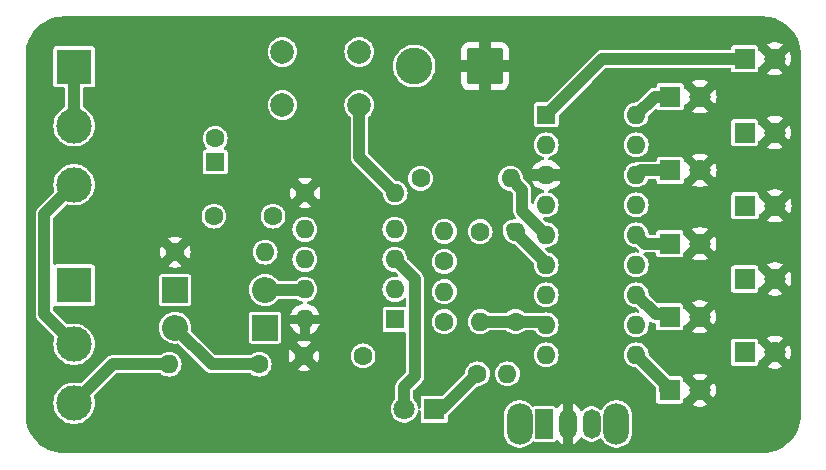
<source format=gbl>
G04 #@! TF.GenerationSoftware,KiCad,Pcbnew,8.0.1*
G04 #@! TF.CreationDate,2024-05-04T01:11:32+08:00*
G04 #@! TF.ProjectId,555Sandbox,35353553-616e-4646-926f-782e6b696361,rev?*
G04 #@! TF.SameCoordinates,Original*
G04 #@! TF.FileFunction,Copper,L2,Bot*
G04 #@! TF.FilePolarity,Positive*
%FSLAX46Y46*%
G04 Gerber Fmt 4.6, Leading zero omitted, Abs format (unit mm)*
G04 Created by KiCad (PCBNEW 8.0.1) date 2024-05-04 01:11:32*
%MOMM*%
%LPD*%
G01*
G04 APERTURE LIST*
G04 Aperture macros list*
%AMRoundRect*
0 Rectangle with rounded corners*
0 $1 Rounding radius*
0 $2 $3 $4 $5 $6 $7 $8 $9 X,Y pos of 4 corners*
0 Add a 4 corners polygon primitive as box body*
4,1,4,$2,$3,$4,$5,$6,$7,$8,$9,$2,$3,0*
0 Add four circle primitives for the rounded corners*
1,1,$1+$1,$2,$3*
1,1,$1+$1,$4,$5*
1,1,$1+$1,$6,$7*
1,1,$1+$1,$8,$9*
0 Add four rect primitives between the rounded corners*
20,1,$1+$1,$2,$3,$4,$5,0*
20,1,$1+$1,$4,$5,$6,$7,0*
20,1,$1+$1,$6,$7,$8,$9,0*
20,1,$1+$1,$8,$9,$2,$3,0*%
G04 Aperture macros list end*
G04 #@! TA.AperFunction,ComponentPad*
%ADD10C,1.600000*%
G04 #@! TD*
G04 #@! TA.AperFunction,ComponentPad*
%ADD11O,1.600000X1.600000*%
G04 #@! TD*
G04 #@! TA.AperFunction,ComponentPad*
%ADD12R,1.600000X1.600000*%
G04 #@! TD*
G04 #@! TA.AperFunction,ComponentPad*
%ADD13R,1.800000X1.800000*%
G04 #@! TD*
G04 #@! TA.AperFunction,ComponentPad*
%ADD14C,1.800000*%
G04 #@! TD*
G04 #@! TA.AperFunction,ComponentPad*
%ADD15O,2.200000X3.500000*%
G04 #@! TD*
G04 #@! TA.AperFunction,ComponentPad*
%ADD16R,1.500000X2.500000*%
G04 #@! TD*
G04 #@! TA.AperFunction,ComponentPad*
%ADD17O,1.500000X2.500000*%
G04 #@! TD*
G04 #@! TA.AperFunction,ComponentPad*
%ADD18R,2.200000X2.200000*%
G04 #@! TD*
G04 #@! TA.AperFunction,ComponentPad*
%ADD19O,2.200000X2.200000*%
G04 #@! TD*
G04 #@! TA.AperFunction,ComponentPad*
%ADD20C,2.000000*%
G04 #@! TD*
G04 #@! TA.AperFunction,ComponentPad*
%ADD21RoundRect,0.249999X1.300001X1.300001X-1.300001X1.300001X-1.300001X-1.300001X1.300001X-1.300001X0*%
G04 #@! TD*
G04 #@! TA.AperFunction,ComponentPad*
%ADD22C,3.100000*%
G04 #@! TD*
G04 #@! TA.AperFunction,ComponentPad*
%ADD23R,3.000000X3.000000*%
G04 #@! TD*
G04 #@! TA.AperFunction,ComponentPad*
%ADD24C,3.000000*%
G04 #@! TD*
G04 #@! TA.AperFunction,Conductor*
%ADD25C,1.000000*%
G04 #@! TD*
G04 APERTURE END LIST*
D10*
X110900000Y-84540000D03*
D11*
X110900000Y-82000000D03*
D10*
X110900000Y-89630000D03*
D11*
X110900000Y-87090000D03*
D12*
X106720000Y-89440000D03*
D11*
X106720000Y-86900000D03*
X106720000Y-84360000D03*
X106720000Y-81820000D03*
X99100000Y-81820000D03*
X99100000Y-84360000D03*
X99100000Y-86900000D03*
X99100000Y-89440000D03*
D13*
X130020000Y-76830000D03*
D14*
X132560000Y-76830000D03*
D15*
X117270000Y-98300000D03*
X125470000Y-98300000D03*
D16*
X119370000Y-98300000D03*
D17*
X121370000Y-98300000D03*
X123370000Y-98300000D03*
D13*
X110050000Y-97050000D03*
D14*
X107510000Y-97050000D03*
D10*
X113930000Y-82010000D03*
D11*
X113930000Y-89630000D03*
D18*
X88110000Y-86940000D03*
D19*
X95730000Y-86940000D03*
D20*
X97200000Y-66800000D03*
X103700000Y-66800000D03*
X97200000Y-71300000D03*
X103700000Y-71300000D03*
D12*
X91500000Y-76124264D03*
D10*
X91500000Y-74124264D03*
D13*
X136330000Y-73630000D03*
D14*
X138870000Y-73630000D03*
D10*
X95220000Y-93240000D03*
D11*
X87600000Y-93240000D03*
D10*
X113705000Y-94050000D03*
D11*
X116245000Y-94050000D03*
D13*
X136350000Y-86030000D03*
D14*
X138890000Y-86030000D03*
D12*
X119530000Y-72130000D03*
D11*
X119530000Y-74670000D03*
X119530000Y-77210000D03*
X119530000Y-79750000D03*
X119530000Y-82290000D03*
X119530000Y-84830000D03*
X119530000Y-87370000D03*
X119530000Y-89910000D03*
X119530000Y-92450000D03*
X127150000Y-92450000D03*
X127150000Y-89910000D03*
X127150000Y-87370000D03*
X127150000Y-84830000D03*
X127150000Y-82290000D03*
X127150000Y-79750000D03*
X127150000Y-77210000D03*
X127150000Y-74670000D03*
X127150000Y-72130000D03*
D13*
X136335000Y-92230000D03*
D14*
X138875000Y-92230000D03*
D10*
X108890000Y-77500000D03*
D11*
X116510000Y-77500000D03*
D21*
X114350000Y-68000000D03*
D22*
X108350000Y-68000000D03*
D10*
X88110000Y-83750000D03*
D11*
X95730000Y-83750000D03*
D13*
X130000000Y-83030000D03*
D14*
X132540000Y-83030000D03*
D10*
X96400000Y-80700000D03*
X91400000Y-80700000D03*
D18*
X95730000Y-90140000D03*
D19*
X88110000Y-90140000D03*
D10*
X99020000Y-92540000D03*
X104020000Y-92540000D03*
D13*
X130020000Y-70580000D03*
D14*
X132560000Y-70580000D03*
D10*
X116930000Y-89630000D03*
D11*
X116930000Y-82010000D03*
D13*
X136355000Y-79830000D03*
D14*
X138895000Y-79830000D03*
D13*
X136330000Y-67380000D03*
D14*
X138870000Y-67380000D03*
D13*
X129985000Y-95430000D03*
D14*
X132525000Y-95430000D03*
D10*
X99110000Y-78740000D03*
D11*
X106730000Y-78740000D03*
D13*
X129985000Y-89230000D03*
D14*
X132525000Y-89230000D03*
D23*
X79550000Y-68050000D03*
D24*
X79550000Y-73050000D03*
X79550000Y-78050000D03*
D23*
X79550000Y-86550000D03*
D24*
X79550000Y-91550000D03*
X79550000Y-96550000D03*
D25*
X79550000Y-73000000D02*
X79550000Y-68000000D01*
X124280000Y-67380000D02*
X119530000Y-72130000D01*
X136330000Y-67380000D02*
X124280000Y-67380000D01*
X130020000Y-70580000D02*
X128700000Y-70580000D01*
X128700000Y-70580000D02*
X127150000Y-72130000D01*
X130020000Y-76830000D02*
X127570000Y-76830000D01*
X127570000Y-76830000D02*
X127170000Y-77230000D01*
X130000000Y-83030000D02*
X127890000Y-83030000D01*
X127890000Y-83030000D02*
X127150000Y-82290000D01*
X128810000Y-89030000D02*
X127150000Y-87370000D01*
X129625000Y-89030000D02*
X128810000Y-89030000D01*
X129625000Y-94925000D02*
X127150000Y-92450000D01*
X129625000Y-95430000D02*
X129625000Y-94925000D01*
X99060000Y-86940000D02*
X99100000Y-86900000D01*
X95730000Y-86940000D02*
X99060000Y-86940000D01*
X88110000Y-90140000D02*
X91210000Y-93240000D01*
X91210000Y-93240000D02*
X95220000Y-93240000D01*
X103720000Y-71140000D02*
X103720000Y-75730000D01*
X103720000Y-75730000D02*
X106730000Y-78740000D01*
X119530000Y-84660000D02*
X119530000Y-84830000D01*
X116630000Y-81760000D02*
X119530000Y-84660000D01*
X116510000Y-77500000D02*
X117500000Y-78490000D01*
X117500000Y-80260000D02*
X119530000Y-82290000D01*
X117500000Y-78490000D02*
X117500000Y-80260000D01*
X119250000Y-89630000D02*
X119530000Y-89910000D01*
X113880000Y-89630000D02*
X119250000Y-89630000D01*
X107510000Y-95150000D02*
X107510000Y-97050000D01*
X108420000Y-86060000D02*
X108420000Y-94240000D01*
X108420000Y-94240000D02*
X107510000Y-95150000D01*
X106720000Y-84360000D02*
X108420000Y-86060000D01*
X113705000Y-94050000D02*
X110705000Y-97050000D01*
X110705000Y-97050000D02*
X110050000Y-97050000D01*
X87600000Y-93240000D02*
X82810000Y-93240000D01*
X82810000Y-93240000D02*
X79550000Y-96500000D01*
X79600000Y-77975000D02*
X79575000Y-77975000D01*
X77050000Y-89000000D02*
X79550000Y-91500000D01*
X79575000Y-77975000D02*
X77050000Y-80500000D01*
X77050000Y-80500000D02*
X77050000Y-89000000D01*
G04 #@! TA.AperFunction,Conductor*
G36*
X137851565Y-63799018D02*
G01*
X138181537Y-63816315D01*
X138194409Y-63817668D01*
X138517531Y-63868850D01*
X138530219Y-63871546D01*
X138846214Y-63956220D01*
X138858558Y-63960231D01*
X139163965Y-64077469D01*
X139175821Y-64082748D01*
X139179030Y-64084383D01*
X139467301Y-64231265D01*
X139478533Y-64237750D01*
X139752900Y-64415928D01*
X139763396Y-64423554D01*
X140017629Y-64629429D01*
X140027274Y-64638114D01*
X140258585Y-64869425D01*
X140267270Y-64879070D01*
X140473145Y-65133303D01*
X140480774Y-65143803D01*
X140658946Y-65418161D01*
X140665436Y-65429402D01*
X140813951Y-65720878D01*
X140819230Y-65732734D01*
X140936468Y-66038141D01*
X140940479Y-66050485D01*
X141025152Y-66366478D01*
X141027850Y-66379173D01*
X141058479Y-66572539D01*
X141072069Y-66658340D01*
X141079028Y-66702270D01*
X141080385Y-66715179D01*
X141097680Y-67045113D01*
X141097850Y-67051604D01*
X141097850Y-97495095D01*
X141097680Y-97501586D01*
X141080385Y-97831520D01*
X141079028Y-97844427D01*
X141078146Y-97850000D01*
X141027850Y-98167526D01*
X141025152Y-98180221D01*
X140940479Y-98496214D01*
X140936468Y-98508558D01*
X140819230Y-98813965D01*
X140813951Y-98825821D01*
X140665436Y-99117297D01*
X140658946Y-99128538D01*
X140480774Y-99402896D01*
X140473145Y-99413396D01*
X140267270Y-99667629D01*
X140258585Y-99677274D01*
X140027274Y-99908585D01*
X140017629Y-99917270D01*
X139763396Y-100123145D01*
X139752896Y-100130774D01*
X139478538Y-100308946D01*
X139467297Y-100315436D01*
X139175821Y-100463951D01*
X139163965Y-100469230D01*
X138858558Y-100586468D01*
X138846214Y-100590479D01*
X138530221Y-100675152D01*
X138517526Y-100677850D01*
X138194429Y-100729028D01*
X138181520Y-100730385D01*
X137851584Y-100747679D01*
X137845106Y-100747849D01*
X137835645Y-100747849D01*
X137835634Y-100747850D01*
X137835626Y-100747850D01*
X137782451Y-100747851D01*
X137782448Y-100747851D01*
X78705775Y-100749500D01*
X78703246Y-100749500D01*
X78696756Y-100749330D01*
X78366821Y-100732038D01*
X78353913Y-100730681D01*
X78030815Y-100679508D01*
X78018119Y-100676810D01*
X77702124Y-100592139D01*
X77689781Y-100588128D01*
X77384377Y-100470895D01*
X77372519Y-100465616D01*
X77081029Y-100317094D01*
X77069810Y-100310617D01*
X76795438Y-100132438D01*
X76784944Y-100124813D01*
X76530706Y-99918935D01*
X76521061Y-99910250D01*
X76289749Y-99678938D01*
X76281064Y-99669293D01*
X76075186Y-99415055D01*
X76067564Y-99404565D01*
X75889378Y-99130183D01*
X75882908Y-99118977D01*
X75850965Y-99056286D01*
X115919500Y-99056286D01*
X115930943Y-99128538D01*
X115952754Y-99266243D01*
X116014880Y-99457447D01*
X116018444Y-99468414D01*
X116114951Y-99657820D01*
X116239890Y-99829786D01*
X116390213Y-99980109D01*
X116562179Y-100105048D01*
X116562181Y-100105049D01*
X116562184Y-100105051D01*
X116751588Y-100201557D01*
X116953757Y-100267246D01*
X117163713Y-100300500D01*
X117163714Y-100300500D01*
X117376286Y-100300500D01*
X117376287Y-100300500D01*
X117586243Y-100267246D01*
X117788412Y-100201557D01*
X117977816Y-100105051D01*
X117999789Y-100089086D01*
X118149786Y-99980109D01*
X118149788Y-99980106D01*
X118149792Y-99980104D01*
X118300104Y-99829792D01*
X118324063Y-99796814D01*
X118379390Y-99754149D01*
X118449004Y-99748168D01*
X118493271Y-99766597D01*
X118522256Y-99785964D01*
X118522258Y-99785964D01*
X118522260Y-99785966D01*
X118522262Y-99785966D01*
X118522264Y-99785967D01*
X118595321Y-99800499D01*
X118595324Y-99800500D01*
X118595326Y-99800500D01*
X120144676Y-99800500D01*
X120144677Y-99800499D01*
X120217740Y-99785966D01*
X120300601Y-99730601D01*
X120309677Y-99717017D01*
X120363286Y-99672212D01*
X120432611Y-99663503D01*
X120495639Y-99693656D01*
X120500460Y-99698226D01*
X120555678Y-99753444D01*
X120714858Y-99869097D01*
X120890167Y-99958420D01*
X120969999Y-99984359D01*
X120970000Y-99984358D01*
X120970000Y-98507179D01*
X121009910Y-98576306D01*
X121093694Y-98660090D01*
X121196306Y-98719333D01*
X121310756Y-98750000D01*
X121429244Y-98750000D01*
X121543694Y-98719333D01*
X121646306Y-98660090D01*
X121730090Y-98576306D01*
X121770000Y-98507179D01*
X121770000Y-99984359D01*
X121849832Y-99958420D01*
X122025141Y-99869097D01*
X122184321Y-99753444D01*
X122323443Y-99614322D01*
X122323443Y-99614321D01*
X122425769Y-99473485D01*
X122481099Y-99430820D01*
X122550713Y-99424841D01*
X122612508Y-99457447D01*
X122613768Y-99458690D01*
X122732214Y-99577136D01*
X122732218Y-99577139D01*
X122896079Y-99686628D01*
X122896092Y-99686635D01*
X123078160Y-99762049D01*
X123078165Y-99762051D01*
X123078169Y-99762051D01*
X123078170Y-99762052D01*
X123271456Y-99800500D01*
X123271459Y-99800500D01*
X123468543Y-99800500D01*
X123598582Y-99774632D01*
X123661835Y-99762051D01*
X123815923Y-99698226D01*
X123843907Y-99686635D01*
X123843907Y-99686634D01*
X123843914Y-99686632D01*
X124007782Y-99577139D01*
X124063354Y-99521566D01*
X124124675Y-99488083D01*
X124194367Y-99493067D01*
X124250300Y-99534938D01*
X124261519Y-99552954D01*
X124314951Y-99657819D01*
X124439890Y-99829786D01*
X124590213Y-99980109D01*
X124762179Y-100105048D01*
X124762181Y-100105049D01*
X124762184Y-100105051D01*
X124951588Y-100201557D01*
X125153757Y-100267246D01*
X125363713Y-100300500D01*
X125363714Y-100300500D01*
X125576286Y-100300500D01*
X125576287Y-100300500D01*
X125786243Y-100267246D01*
X125988412Y-100201557D01*
X126177816Y-100105051D01*
X126199789Y-100089086D01*
X126349786Y-99980109D01*
X126349788Y-99980106D01*
X126349792Y-99980104D01*
X126500104Y-99829792D01*
X126500106Y-99829788D01*
X126500109Y-99829786D01*
X126614592Y-99672212D01*
X126625051Y-99657816D01*
X126721557Y-99468412D01*
X126787246Y-99266243D01*
X126820500Y-99056287D01*
X126820500Y-97543713D01*
X126787246Y-97333757D01*
X126721557Y-97131588D01*
X126625051Y-96942184D01*
X126625049Y-96942181D01*
X126625048Y-96942179D01*
X126500109Y-96770213D01*
X126391421Y-96661525D01*
X131859159Y-96661525D01*
X131960698Y-96716476D01*
X131960706Y-96716479D01*
X132180139Y-96791811D01*
X132408993Y-96830000D01*
X132641007Y-96830000D01*
X132869860Y-96791811D01*
X133089292Y-96716480D01*
X133190839Y-96661525D01*
X132525001Y-95995685D01*
X132525000Y-95995685D01*
X131859159Y-96661525D01*
X126391421Y-96661525D01*
X126349786Y-96619890D01*
X126177820Y-96494951D01*
X125988414Y-96398444D01*
X125988413Y-96398443D01*
X125988412Y-96398443D01*
X125786243Y-96332754D01*
X125786241Y-96332753D01*
X125786240Y-96332753D01*
X125624957Y-96307208D01*
X125576287Y-96299500D01*
X125363713Y-96299500D01*
X125315042Y-96307208D01*
X125153760Y-96332753D01*
X124951585Y-96398444D01*
X124762179Y-96494951D01*
X124590213Y-96619890D01*
X124439890Y-96770213D01*
X124314948Y-96942184D01*
X124314947Y-96942185D01*
X124261518Y-97047045D01*
X124213544Y-97097841D01*
X124145723Y-97114636D01*
X124079588Y-97092098D01*
X124063353Y-97078431D01*
X124007785Y-97022863D01*
X124007781Y-97022860D01*
X123843920Y-96913371D01*
X123843907Y-96913364D01*
X123661839Y-96837950D01*
X123661829Y-96837947D01*
X123468543Y-96799500D01*
X123468541Y-96799500D01*
X123271459Y-96799500D01*
X123271457Y-96799500D01*
X123078170Y-96837947D01*
X123078160Y-96837950D01*
X122896092Y-96913364D01*
X122896079Y-96913371D01*
X122732218Y-97022860D01*
X122613768Y-97141310D01*
X122552445Y-97174794D01*
X122482753Y-97169810D01*
X122426820Y-97127938D01*
X122425769Y-97126514D01*
X122323444Y-96985678D01*
X122184321Y-96846555D01*
X122025143Y-96730904D01*
X121849837Y-96641581D01*
X121770000Y-96615640D01*
X121770000Y-98092820D01*
X121730090Y-98023694D01*
X121646306Y-97939910D01*
X121543694Y-97880667D01*
X121429244Y-97850000D01*
X121310756Y-97850000D01*
X121196306Y-97880667D01*
X121093694Y-97939910D01*
X121009910Y-98023694D01*
X120970000Y-98092820D01*
X120970000Y-96615640D01*
X120890162Y-96641581D01*
X120714856Y-96730904D01*
X120555678Y-96846555D01*
X120500459Y-96901774D01*
X120439136Y-96935258D01*
X120369444Y-96930273D01*
X120313511Y-96888402D01*
X120309688Y-96883000D01*
X120300601Y-96869399D01*
X120217740Y-96814034D01*
X120217739Y-96814033D01*
X120217735Y-96814032D01*
X120144677Y-96799500D01*
X120144674Y-96799500D01*
X118595326Y-96799500D01*
X118595323Y-96799500D01*
X118522264Y-96814032D01*
X118522261Y-96814033D01*
X118493270Y-96833404D01*
X118426592Y-96854280D01*
X118359212Y-96835794D01*
X118324062Y-96803184D01*
X118300104Y-96770208D01*
X118149792Y-96619896D01*
X118149786Y-96619890D01*
X117977820Y-96494951D01*
X117788414Y-96398444D01*
X117788413Y-96398443D01*
X117788412Y-96398443D01*
X117586243Y-96332754D01*
X117586241Y-96332753D01*
X117586240Y-96332753D01*
X117424957Y-96307208D01*
X117376287Y-96299500D01*
X117163713Y-96299500D01*
X117115042Y-96307208D01*
X116953760Y-96332753D01*
X116751585Y-96398444D01*
X116562179Y-96494951D01*
X116390213Y-96619890D01*
X116239890Y-96770213D01*
X116114951Y-96942179D01*
X116018444Y-97131585D01*
X115952753Y-97333760D01*
X115919500Y-97543713D01*
X115919500Y-99056286D01*
X75850965Y-99056286D01*
X75734378Y-98827470D01*
X75729104Y-98815622D01*
X75692142Y-98719333D01*
X75611871Y-98510218D01*
X75607860Y-98497875D01*
X75554973Y-98300500D01*
X75523187Y-98181874D01*
X75520491Y-98169184D01*
X75520228Y-98167526D01*
X75469318Y-97846086D01*
X75467961Y-97833178D01*
X75450670Y-97503243D01*
X75450500Y-97496753D01*
X75450500Y-96550004D01*
X77794592Y-96550004D01*
X77814196Y-96811620D01*
X77814197Y-96811625D01*
X77814197Y-96811629D01*
X77814198Y-96811630D01*
X77814747Y-96814034D01*
X77872576Y-97067402D01*
X77872578Y-97067411D01*
X77872580Y-97067416D01*
X77968432Y-97311643D01*
X78099614Y-97538857D01*
X78194829Y-97658253D01*
X78263198Y-97743985D01*
X78410508Y-97880667D01*
X78455521Y-97922433D01*
X78672296Y-98070228D01*
X78672301Y-98070230D01*
X78672302Y-98070231D01*
X78672303Y-98070232D01*
X78788743Y-98126306D01*
X78908673Y-98184061D01*
X78908674Y-98184061D01*
X78908677Y-98184063D01*
X79159385Y-98261396D01*
X79418818Y-98300500D01*
X79681182Y-98300500D01*
X79940615Y-98261396D01*
X80191323Y-98184063D01*
X80398487Y-98084298D01*
X80427696Y-98070232D01*
X80427696Y-98070231D01*
X80427704Y-98070228D01*
X80644479Y-97922433D01*
X80836805Y-97743981D01*
X81000386Y-97538857D01*
X81131568Y-97311643D01*
X81227420Y-97067416D01*
X81285802Y-96811630D01*
X81288906Y-96770208D01*
X81305408Y-96550004D01*
X81305408Y-96549995D01*
X81285803Y-96288379D01*
X81285802Y-96288374D01*
X81285802Y-96288370D01*
X81227420Y-96032584D01*
X81215186Y-96001414D01*
X81209018Y-95931820D01*
X81241455Y-95869936D01*
X81242874Y-95868492D01*
X83084548Y-94026819D01*
X83145871Y-93993334D01*
X83172229Y-93990500D01*
X86814206Y-93990500D01*
X86881245Y-94010185D01*
X86892871Y-94018647D01*
X86953237Y-94068188D01*
X87013550Y-94117685D01*
X87196046Y-94215232D01*
X87394066Y-94275300D01*
X87394065Y-94275300D01*
X87412529Y-94277118D01*
X87600000Y-94295583D01*
X87805934Y-94275300D01*
X88003954Y-94215232D01*
X88186450Y-94117685D01*
X88346410Y-93986410D01*
X88477685Y-93826450D01*
X88575232Y-93643954D01*
X88635300Y-93445934D01*
X88655583Y-93240000D01*
X88635300Y-93034066D01*
X88575232Y-92836046D01*
X88477685Y-92653550D01*
X88413149Y-92574912D01*
X88346410Y-92493589D01*
X88186452Y-92362317D01*
X88186453Y-92362317D01*
X88186450Y-92362315D01*
X88003954Y-92264768D01*
X87805934Y-92204700D01*
X87805932Y-92204699D01*
X87805934Y-92204699D01*
X87600000Y-92184417D01*
X87394067Y-92204699D01*
X87196043Y-92264769D01*
X87013546Y-92362317D01*
X86892871Y-92461353D01*
X86828561Y-92488666D01*
X86814206Y-92489500D01*
X82736080Y-92489500D01*
X82591092Y-92518340D01*
X82591082Y-92518343D01*
X82454511Y-92574912D01*
X82454498Y-92574919D01*
X82331584Y-92657048D01*
X82331580Y-92657051D01*
X80153493Y-94835137D01*
X80092170Y-94868622D01*
X80029263Y-94865947D01*
X79940627Y-94838607D01*
X79940620Y-94838605D01*
X79940615Y-94838604D01*
X79815823Y-94819794D01*
X79681187Y-94799500D01*
X79681182Y-94799500D01*
X79418818Y-94799500D01*
X79418812Y-94799500D01*
X79257247Y-94823853D01*
X79159385Y-94838604D01*
X79159382Y-94838605D01*
X79159376Y-94838606D01*
X78908673Y-94915938D01*
X78672303Y-95029767D01*
X78672302Y-95029768D01*
X78455520Y-95177567D01*
X78263198Y-95356014D01*
X78099614Y-95561143D01*
X77968432Y-95788356D01*
X77872582Y-96032578D01*
X77872576Y-96032597D01*
X77814197Y-96288374D01*
X77814196Y-96288379D01*
X77794592Y-96549995D01*
X77794592Y-96550004D01*
X75450500Y-96550004D01*
X75450500Y-89073920D01*
X76299499Y-89073920D01*
X76328340Y-89218907D01*
X76328343Y-89218917D01*
X76384913Y-89355490D01*
X76384914Y-89355492D01*
X76417810Y-89404724D01*
X76417811Y-89404726D01*
X76467043Y-89478410D01*
X76467047Y-89478415D01*
X77857064Y-90868432D01*
X77890549Y-90929755D01*
X77885565Y-90999447D01*
X77884812Y-91001412D01*
X77872580Y-91032580D01*
X77814197Y-91288374D01*
X77814196Y-91288379D01*
X77794592Y-91549995D01*
X77794592Y-91550004D01*
X77814196Y-91811620D01*
X77814197Y-91811625D01*
X77872576Y-92067402D01*
X77872578Y-92067411D01*
X77872580Y-92067416D01*
X77968432Y-92311643D01*
X78099614Y-92538857D01*
X78191079Y-92653550D01*
X78263198Y-92743985D01*
X78440010Y-92908041D01*
X78455521Y-92922433D01*
X78672296Y-93070228D01*
X78672301Y-93070230D01*
X78672302Y-93070231D01*
X78672303Y-93070232D01*
X78745923Y-93105685D01*
X78908673Y-93184061D01*
X78908674Y-93184061D01*
X78908677Y-93184063D01*
X79159385Y-93261396D01*
X79418818Y-93300500D01*
X79681182Y-93300500D01*
X79940615Y-93261396D01*
X80191323Y-93184063D01*
X80427704Y-93070228D01*
X80644479Y-92922433D01*
X80834700Y-92745934D01*
X80836801Y-92743985D01*
X80836801Y-92743983D01*
X80836805Y-92743981D01*
X81000386Y-92538857D01*
X81131568Y-92311643D01*
X81227420Y-92067416D01*
X81285802Y-91811630D01*
X81287154Y-91793589D01*
X81305408Y-91550004D01*
X81305408Y-91549995D01*
X81285803Y-91288379D01*
X81285802Y-91288374D01*
X81285802Y-91288370D01*
X81227420Y-91032584D01*
X81131568Y-90788357D01*
X81000386Y-90561143D01*
X80836805Y-90356019D01*
X80836804Y-90356018D01*
X80836801Y-90356014D01*
X80644479Y-90177567D01*
X80589378Y-90140000D01*
X86754341Y-90140000D01*
X86774936Y-90375403D01*
X86774938Y-90375413D01*
X86836094Y-90603655D01*
X86836096Y-90603659D01*
X86836097Y-90603663D01*
X86935965Y-90817830D01*
X86935967Y-90817834D01*
X87039422Y-90965582D01*
X87071505Y-91011401D01*
X87238599Y-91178495D01*
X87315383Y-91232260D01*
X87432165Y-91314032D01*
X87432167Y-91314033D01*
X87432170Y-91314035D01*
X87646337Y-91413903D01*
X87646343Y-91413904D01*
X87646344Y-91413905D01*
X87701285Y-91428626D01*
X87874592Y-91475063D01*
X88062918Y-91491539D01*
X88109999Y-91495659D01*
X88110000Y-91495659D01*
X88110001Y-91495659D01*
X88145284Y-91492571D01*
X88323013Y-91477022D01*
X88391512Y-91490788D01*
X88421501Y-91512869D01*
X90731586Y-93822954D01*
X90736819Y-93826450D01*
X90787415Y-93860256D01*
X90854505Y-93905084D01*
X90854507Y-93905085D01*
X90854511Y-93905087D01*
X90991082Y-93961656D01*
X90991087Y-93961658D01*
X90991091Y-93961658D01*
X90991092Y-93961659D01*
X91136079Y-93990500D01*
X91136082Y-93990500D01*
X91136083Y-93990500D01*
X91283917Y-93990500D01*
X94434206Y-93990500D01*
X94501245Y-94010185D01*
X94512871Y-94018647D01*
X94573237Y-94068188D01*
X94633550Y-94117685D01*
X94816046Y-94215232D01*
X95014066Y-94275300D01*
X95014065Y-94275300D01*
X95032529Y-94277118D01*
X95220000Y-94295583D01*
X95425934Y-94275300D01*
X95623954Y-94215232D01*
X95806450Y-94117685D01*
X95966410Y-93986410D01*
X96097685Y-93826450D01*
X96166274Y-93698130D01*
X98427553Y-93698130D01*
X98573668Y-93766264D01*
X98573682Y-93766269D01*
X98793389Y-93825139D01*
X98793400Y-93825141D01*
X99019998Y-93844966D01*
X99020002Y-93844966D01*
X99246599Y-93825141D01*
X99246610Y-93825139D01*
X99466317Y-93766269D01*
X99466326Y-93766265D01*
X99612445Y-93698129D01*
X99020001Y-93105685D01*
X99020000Y-93105685D01*
X98427553Y-93698130D01*
X96166274Y-93698130D01*
X96195232Y-93643954D01*
X96255300Y-93445934D01*
X96275583Y-93240000D01*
X96255300Y-93034066D01*
X96195232Y-92836046D01*
X96097685Y-92653550D01*
X96033149Y-92574912D01*
X96004500Y-92540002D01*
X97715034Y-92540002D01*
X97734858Y-92766599D01*
X97734860Y-92766610D01*
X97793730Y-92986317D01*
X97793732Y-92986322D01*
X97861869Y-93132444D01*
X98401654Y-92592661D01*
X98620000Y-92592661D01*
X98647259Y-92694394D01*
X98699920Y-92785606D01*
X98774394Y-92860080D01*
X98865606Y-92912741D01*
X98967339Y-92940000D01*
X99072661Y-92940000D01*
X99174394Y-92912741D01*
X99265606Y-92860080D01*
X99340080Y-92785606D01*
X99392741Y-92694394D01*
X99420000Y-92592661D01*
X99420000Y-92540000D01*
X99585685Y-92540000D01*
X100178129Y-93132444D01*
X100246265Y-92986326D01*
X100246269Y-92986317D01*
X100305139Y-92766610D01*
X100305141Y-92766599D01*
X100324966Y-92540002D01*
X100324966Y-92540000D01*
X102964417Y-92540000D01*
X102984699Y-92745932D01*
X103012034Y-92836043D01*
X103044768Y-92943954D01*
X103142315Y-93126450D01*
X103142317Y-93126452D01*
X103273589Y-93286410D01*
X103323880Y-93327682D01*
X103433550Y-93417685D01*
X103616046Y-93515232D01*
X103814066Y-93575300D01*
X103814065Y-93575300D01*
X103832529Y-93577118D01*
X104020000Y-93595583D01*
X104225934Y-93575300D01*
X104423954Y-93515232D01*
X104606450Y-93417685D01*
X104766410Y-93286410D01*
X104897685Y-93126450D01*
X104995232Y-92943954D01*
X105055300Y-92745934D01*
X105075583Y-92540000D01*
X105055300Y-92334066D01*
X104995232Y-92136046D01*
X104897685Y-91953550D01*
X104829044Y-91869910D01*
X104766410Y-91793589D01*
X104648677Y-91696969D01*
X104606450Y-91662315D01*
X104423954Y-91564768D01*
X104225934Y-91504700D01*
X104225932Y-91504699D01*
X104225934Y-91504699D01*
X104020000Y-91484417D01*
X103814067Y-91504699D01*
X103616043Y-91564769D01*
X103505898Y-91623643D01*
X103433550Y-91662315D01*
X103433548Y-91662316D01*
X103433547Y-91662317D01*
X103273589Y-91793589D01*
X103142317Y-91953547D01*
X103044769Y-92136043D01*
X102984699Y-92334067D01*
X102964417Y-92540000D01*
X100324966Y-92540000D01*
X100324966Y-92539997D01*
X100305141Y-92313400D01*
X100305139Y-92313389D01*
X100246269Y-92093682D01*
X100246264Y-92093668D01*
X100178130Y-91947553D01*
X99585685Y-92539999D01*
X99585685Y-92540000D01*
X99420000Y-92540000D01*
X99420000Y-92487339D01*
X99392741Y-92385606D01*
X99340080Y-92294394D01*
X99265606Y-92219920D01*
X99174394Y-92167259D01*
X99072661Y-92140000D01*
X98967339Y-92140000D01*
X98865606Y-92167259D01*
X98774394Y-92219920D01*
X98699920Y-92294394D01*
X98647259Y-92385606D01*
X98620000Y-92487339D01*
X98620000Y-92592661D01*
X98401654Y-92592661D01*
X98454315Y-92540000D01*
X97861868Y-91947553D01*
X97793731Y-92093680D01*
X97734860Y-92313389D01*
X97734858Y-92313400D01*
X97715034Y-92539997D01*
X97715034Y-92540002D01*
X96004500Y-92540002D01*
X95966410Y-92493589D01*
X95806452Y-92362317D01*
X95806453Y-92362317D01*
X95806450Y-92362315D01*
X95623954Y-92264768D01*
X95425934Y-92204700D01*
X95425932Y-92204699D01*
X95425934Y-92204699D01*
X95220000Y-92184417D01*
X95014067Y-92204699D01*
X94816043Y-92264769D01*
X94633546Y-92362317D01*
X94512871Y-92461353D01*
X94448561Y-92488666D01*
X94434206Y-92489500D01*
X91572230Y-92489500D01*
X91505191Y-92469815D01*
X91484549Y-92453181D01*
X90296046Y-91264678D01*
X94379500Y-91264678D01*
X94394032Y-91337735D01*
X94394033Y-91337739D01*
X94394034Y-91337740D01*
X94449399Y-91420601D01*
X94530467Y-91474768D01*
X94532260Y-91475966D01*
X94532264Y-91475967D01*
X94605321Y-91490499D01*
X94605324Y-91490500D01*
X94605326Y-91490500D01*
X96854676Y-91490500D01*
X96854677Y-91490499D01*
X96927740Y-91475966D01*
X97010601Y-91420601D01*
X97036481Y-91381868D01*
X98427553Y-91381868D01*
X99020000Y-91974315D01*
X99020001Y-91974315D01*
X99612444Y-91381869D01*
X99466322Y-91313732D01*
X99466317Y-91313730D01*
X99246610Y-91254860D01*
X99246599Y-91254858D01*
X99020002Y-91235034D01*
X99019998Y-91235034D01*
X98793400Y-91254858D01*
X98793389Y-91254860D01*
X98573680Y-91313731D01*
X98427553Y-91381868D01*
X97036481Y-91381868D01*
X97065966Y-91337740D01*
X97080500Y-91264674D01*
X97080500Y-89840000D01*
X97861320Y-89840000D01*
X97873732Y-89886324D01*
X97969865Y-90092482D01*
X98100342Y-90278820D01*
X98261179Y-90439657D01*
X98447517Y-90570134D01*
X98653675Y-90666267D01*
X98653678Y-90666268D01*
X98699999Y-90678679D01*
X98700000Y-90678679D01*
X98700000Y-89840000D01*
X97861320Y-89840000D01*
X97080500Y-89840000D01*
X97080500Y-89015326D01*
X97080500Y-89015323D01*
X97080499Y-89015321D01*
X97065967Y-88942264D01*
X97065966Y-88942260D01*
X97060960Y-88934768D01*
X97010601Y-88859399D01*
X96929093Y-88804938D01*
X96927739Y-88804033D01*
X96927735Y-88804032D01*
X96854677Y-88789500D01*
X96854674Y-88789500D01*
X94605326Y-88789500D01*
X94605323Y-88789500D01*
X94532264Y-88804032D01*
X94532260Y-88804033D01*
X94449399Y-88859399D01*
X94394033Y-88942260D01*
X94394032Y-88942264D01*
X94379500Y-89015321D01*
X94379500Y-91264678D01*
X90296046Y-91264678D01*
X89482869Y-90451501D01*
X89449384Y-90390178D01*
X89447022Y-90353012D01*
X89448359Y-90337740D01*
X89465659Y-90140000D01*
X89445063Y-89904592D01*
X89386387Y-89685606D01*
X89383905Y-89676344D01*
X89383904Y-89676343D01*
X89383903Y-89676337D01*
X89284035Y-89462171D01*
X89257355Y-89424067D01*
X89148494Y-89268597D01*
X88981402Y-89101506D01*
X88981395Y-89101501D01*
X88787834Y-88965967D01*
X88787830Y-88965965D01*
X88737003Y-88942264D01*
X88573663Y-88866097D01*
X88573659Y-88866096D01*
X88573655Y-88866094D01*
X88345413Y-88804938D01*
X88345403Y-88804936D01*
X88110001Y-88784341D01*
X88109999Y-88784341D01*
X87874596Y-88804936D01*
X87874586Y-88804938D01*
X87646344Y-88866094D01*
X87646335Y-88866098D01*
X87432171Y-88965964D01*
X87432169Y-88965965D01*
X87238597Y-89101505D01*
X87071505Y-89268597D01*
X86935965Y-89462169D01*
X86935964Y-89462171D01*
X86836098Y-89676335D01*
X86836094Y-89676344D01*
X86774938Y-89904586D01*
X86774936Y-89904596D01*
X86754341Y-90139999D01*
X86754341Y-90140000D01*
X80589378Y-90140000D01*
X80519682Y-90092482D01*
X80427704Y-90029772D01*
X80427700Y-90029770D01*
X80427697Y-90029768D01*
X80427696Y-90029767D01*
X80191325Y-89915938D01*
X80191327Y-89915938D01*
X79940623Y-89838606D01*
X79940619Y-89838605D01*
X79940615Y-89838604D01*
X79815823Y-89819794D01*
X79681187Y-89799500D01*
X79681182Y-89799500D01*
X79418818Y-89799500D01*
X79418812Y-89799500D01*
X79257247Y-89823853D01*
X79159385Y-89838604D01*
X79159382Y-89838605D01*
X79159368Y-89838608D01*
X79070734Y-89865947D01*
X79000871Y-89866897D01*
X78946505Y-89835137D01*
X77836819Y-88725451D01*
X77803334Y-88664128D01*
X77800500Y-88637770D01*
X77800500Y-88406873D01*
X77820185Y-88339834D01*
X77872989Y-88294079D01*
X77942147Y-88284135D01*
X77948693Y-88285256D01*
X77952259Y-88285965D01*
X77952260Y-88285966D01*
X77993046Y-88294079D01*
X78025325Y-88300500D01*
X78025326Y-88300500D01*
X81074676Y-88300500D01*
X81074677Y-88300499D01*
X81147740Y-88285966D01*
X81230601Y-88230601D01*
X81285966Y-88147740D01*
X81300500Y-88074674D01*
X81300500Y-88064678D01*
X86759500Y-88064678D01*
X86774032Y-88137735D01*
X86774033Y-88137739D01*
X86781824Y-88149399D01*
X86829399Y-88220601D01*
X86910906Y-88275061D01*
X86912260Y-88275966D01*
X86912264Y-88275967D01*
X86985321Y-88290499D01*
X86985324Y-88290500D01*
X86985326Y-88290500D01*
X89234676Y-88290500D01*
X89234677Y-88290499D01*
X89307740Y-88275966D01*
X89390601Y-88220601D01*
X89445966Y-88137740D01*
X89460500Y-88064674D01*
X89460500Y-86940000D01*
X94374341Y-86940000D01*
X94394936Y-87175403D01*
X94394938Y-87175413D01*
X94456094Y-87403655D01*
X94456096Y-87403659D01*
X94456097Y-87403663D01*
X94536428Y-87575932D01*
X94555965Y-87617830D01*
X94555967Y-87617834D01*
X94643873Y-87743376D01*
X94691505Y-87811401D01*
X94858599Y-87978495D01*
X94887131Y-87998473D01*
X95052165Y-88114032D01*
X95052167Y-88114033D01*
X95052170Y-88114035D01*
X95266337Y-88213903D01*
X95266343Y-88213904D01*
X95266344Y-88213905D01*
X95321285Y-88228626D01*
X95494592Y-88275063D01*
X95671034Y-88290500D01*
X95729999Y-88295659D01*
X95730000Y-88295659D01*
X95730001Y-88295659D01*
X95788966Y-88290500D01*
X95965408Y-88275063D01*
X96193663Y-88213903D01*
X96407830Y-88114035D01*
X96601401Y-87978495D01*
X96768495Y-87811401D01*
X96816127Y-87743376D01*
X96870704Y-87699751D01*
X96917701Y-87690500D01*
X98362946Y-87690500D01*
X98429985Y-87710185D01*
X98441610Y-87718646D01*
X98513550Y-87777685D01*
X98696046Y-87875232D01*
X98853160Y-87922891D01*
X98911597Y-87961187D01*
X98940053Y-88024999D01*
X98929493Y-88094067D01*
X98883269Y-88146460D01*
X98849257Y-88161326D01*
X98653680Y-88213731D01*
X98653673Y-88213734D01*
X98447517Y-88309865D01*
X98261179Y-88440342D01*
X98100342Y-88601179D01*
X97969865Y-88787517D01*
X97873732Y-88993675D01*
X97861319Y-89039999D01*
X97861320Y-89040000D01*
X99047339Y-89040000D01*
X98945606Y-89067259D01*
X98854394Y-89119920D01*
X98779920Y-89194394D01*
X98727259Y-89285606D01*
X98700000Y-89387339D01*
X98700000Y-89492661D01*
X98727259Y-89594394D01*
X98779920Y-89685606D01*
X98854394Y-89760080D01*
X98945606Y-89812741D01*
X99047339Y-89840000D01*
X99152661Y-89840000D01*
X99500000Y-89840000D01*
X99500000Y-90678679D01*
X99546321Y-90666268D01*
X99546324Y-90666267D01*
X99752482Y-90570134D01*
X99938820Y-90439657D01*
X100099657Y-90278820D01*
X100230134Y-90092482D01*
X100326267Y-89886324D01*
X100338680Y-89840000D01*
X99500000Y-89840000D01*
X99152661Y-89840000D01*
X99254394Y-89812741D01*
X99345606Y-89760080D01*
X99420080Y-89685606D01*
X99472741Y-89594394D01*
X99500000Y-89492661D01*
X99500000Y-89387339D01*
X99472741Y-89285606D01*
X99420080Y-89194394D01*
X99345606Y-89119920D01*
X99254394Y-89067259D01*
X99152661Y-89040000D01*
X100338680Y-89040000D01*
X100338680Y-89039999D01*
X100326267Y-88993675D01*
X100230134Y-88787517D01*
X100099657Y-88601179D01*
X99938820Y-88440342D01*
X99752482Y-88309865D01*
X99546326Y-88213734D01*
X99546319Y-88213731D01*
X99350742Y-88161326D01*
X99291082Y-88124961D01*
X99260553Y-88062114D01*
X99268848Y-87992738D01*
X99313333Y-87938860D01*
X99346837Y-87922892D01*
X99503954Y-87875232D01*
X99686450Y-87777685D01*
X99846410Y-87646410D01*
X99977685Y-87486450D01*
X100075232Y-87303954D01*
X100135300Y-87105934D01*
X100155583Y-86900000D01*
X105664417Y-86900000D01*
X105684699Y-87105932D01*
X105705773Y-87175403D01*
X105744768Y-87303954D01*
X105842315Y-87486450D01*
X105848475Y-87493956D01*
X105973589Y-87646410D01*
X106061610Y-87718646D01*
X106133550Y-87777685D01*
X106316046Y-87875232D01*
X106514066Y-87935300D01*
X106514065Y-87935300D01*
X106532529Y-87937118D01*
X106720000Y-87955583D01*
X106925934Y-87935300D01*
X107123954Y-87875232D01*
X107306450Y-87777685D01*
X107466410Y-87646410D01*
X107466410Y-87646409D01*
X107466835Y-87646061D01*
X107531145Y-87618748D01*
X107600013Y-87630539D01*
X107651573Y-87677691D01*
X107669500Y-87741914D01*
X107669500Y-88265500D01*
X107649815Y-88332539D01*
X107597011Y-88378294D01*
X107545500Y-88389500D01*
X105895323Y-88389500D01*
X105822264Y-88404032D01*
X105822260Y-88404033D01*
X105739399Y-88459399D01*
X105684033Y-88542260D01*
X105684032Y-88542264D01*
X105669500Y-88615321D01*
X105669500Y-90264678D01*
X105684032Y-90337735D01*
X105684033Y-90337739D01*
X105684034Y-90337740D01*
X105739399Y-90420601D01*
X105822260Y-90475966D01*
X105822264Y-90475967D01*
X105895321Y-90490499D01*
X105895324Y-90490500D01*
X107545500Y-90490500D01*
X107612539Y-90510185D01*
X107658294Y-90562989D01*
X107669500Y-90614500D01*
X107669500Y-93877770D01*
X107649815Y-93944809D01*
X107633181Y-93965451D01*
X106927047Y-94671584D01*
X106915496Y-94688873D01*
X106903994Y-94706088D01*
X106895757Y-94718416D01*
X106844914Y-94794507D01*
X106788343Y-94931082D01*
X106788340Y-94931092D01*
X106759500Y-95076079D01*
X106759500Y-96122604D01*
X106739815Y-96189643D01*
X106719039Y-96214240D01*
X106656130Y-96271590D01*
X106527632Y-96441746D01*
X106432596Y-96632605D01*
X106432596Y-96632607D01*
X106374244Y-96837689D01*
X106354571Y-97049999D01*
X106354571Y-97050000D01*
X106374244Y-97262310D01*
X106432596Y-97467392D01*
X106432596Y-97467394D01*
X106527632Y-97658253D01*
X106592375Y-97743985D01*
X106656128Y-97828407D01*
X106813698Y-97972052D01*
X106994981Y-98084298D01*
X107193802Y-98161321D01*
X107403390Y-98200500D01*
X107403392Y-98200500D01*
X107616608Y-98200500D01*
X107616610Y-98200500D01*
X107826198Y-98161321D01*
X108025019Y-98084298D01*
X108206302Y-97972052D01*
X108363872Y-97828407D01*
X108492366Y-97658255D01*
X108492367Y-97658253D01*
X108587403Y-97467394D01*
X108587403Y-97467393D01*
X108587405Y-97467389D01*
X108645756Y-97262310D01*
X108652029Y-97194611D01*
X108677815Y-97129675D01*
X108734615Y-97088987D01*
X108804396Y-97085467D01*
X108865003Y-97120232D01*
X108897193Y-97182245D01*
X108899500Y-97206053D01*
X108899500Y-97974678D01*
X108914032Y-98047735D01*
X108914033Y-98047739D01*
X108914034Y-98047740D01*
X108969399Y-98130601D01*
X109043662Y-98180221D01*
X109052260Y-98185966D01*
X109052264Y-98185967D01*
X109125321Y-98200499D01*
X109125324Y-98200500D01*
X109125326Y-98200500D01*
X110974676Y-98200500D01*
X110974677Y-98200499D01*
X111047740Y-98185966D01*
X111130601Y-98130601D01*
X111185966Y-98047740D01*
X111200500Y-97974674D01*
X111200500Y-97667229D01*
X111220185Y-97600190D01*
X111236819Y-97579548D01*
X112417924Y-96398443D01*
X113680044Y-95136322D01*
X113741365Y-95102839D01*
X113755564Y-95100602D01*
X113910934Y-95085300D01*
X114108954Y-95025232D01*
X114291450Y-94927685D01*
X114451410Y-94796410D01*
X114582685Y-94636450D01*
X114680232Y-94453954D01*
X114740300Y-94255934D01*
X114760583Y-94050000D01*
X115189417Y-94050000D01*
X115209699Y-94255932D01*
X115238052Y-94349399D01*
X115269768Y-94453954D01*
X115367315Y-94636450D01*
X115396149Y-94671584D01*
X115498589Y-94796410D01*
X115586581Y-94868622D01*
X115658550Y-94927685D01*
X115841046Y-95025232D01*
X116039066Y-95085300D01*
X116039065Y-95085300D01*
X116057529Y-95087118D01*
X116245000Y-95105583D01*
X116450934Y-95085300D01*
X116648954Y-95025232D01*
X116831450Y-94927685D01*
X116991410Y-94796410D01*
X117122685Y-94636450D01*
X117220232Y-94453954D01*
X117280300Y-94255934D01*
X117300583Y-94050000D01*
X117280300Y-93844066D01*
X117220232Y-93646046D01*
X117122685Y-93463550D01*
X117042601Y-93365967D01*
X116991410Y-93303589D01*
X116845765Y-93184063D01*
X116831450Y-93172315D01*
X116648954Y-93074768D01*
X116450934Y-93014700D01*
X116450932Y-93014699D01*
X116450934Y-93014699D01*
X116245000Y-92994417D01*
X116039067Y-93014699D01*
X115841043Y-93074769D01*
X115744353Y-93126452D01*
X115658550Y-93172315D01*
X115658548Y-93172316D01*
X115658547Y-93172317D01*
X115498589Y-93303589D01*
X115367317Y-93463547D01*
X115367315Y-93463550D01*
X115347511Y-93500601D01*
X115269769Y-93646043D01*
X115209699Y-93844067D01*
X115189417Y-94050000D01*
X114760583Y-94050000D01*
X114740300Y-93844066D01*
X114680232Y-93646046D01*
X114582685Y-93463550D01*
X114502601Y-93365967D01*
X114451410Y-93303589D01*
X114305765Y-93184063D01*
X114291450Y-93172315D01*
X114108954Y-93074768D01*
X113910934Y-93014700D01*
X113910932Y-93014699D01*
X113910934Y-93014699D01*
X113705000Y-92994417D01*
X113499067Y-93014699D01*
X113301043Y-93074769D01*
X113204353Y-93126452D01*
X113118550Y-93172315D01*
X113118548Y-93172316D01*
X113118547Y-93172317D01*
X112958589Y-93303589D01*
X112827317Y-93463547D01*
X112827315Y-93463550D01*
X112807511Y-93500601D01*
X112729769Y-93646043D01*
X112669699Y-93844067D01*
X112654396Y-93999431D01*
X112628234Y-94064217D01*
X112618674Y-94074956D01*
X110830451Y-95863181D01*
X110769128Y-95896666D01*
X110742770Y-95899500D01*
X109125323Y-95899500D01*
X109052264Y-95914032D01*
X109052260Y-95914033D01*
X108969399Y-95969399D01*
X108914033Y-96052260D01*
X108914032Y-96052264D01*
X108899500Y-96125321D01*
X108899500Y-96893946D01*
X108879815Y-96960985D01*
X108827011Y-97006740D01*
X108757853Y-97016684D01*
X108694297Y-96987659D01*
X108656523Y-96928881D01*
X108652029Y-96905387D01*
X108646577Y-96846555D01*
X108645756Y-96837690D01*
X108587405Y-96632611D01*
X108587403Y-96632606D01*
X108587403Y-96632605D01*
X108492367Y-96441746D01*
X108410058Y-96332753D01*
X108363872Y-96271593D01*
X108363869Y-96271590D01*
X108363870Y-96271590D01*
X108300961Y-96214240D01*
X108264680Y-96154528D01*
X108260500Y-96122604D01*
X108260500Y-95512229D01*
X108280185Y-95445190D01*
X108296819Y-95424548D01*
X109002948Y-94718419D01*
X109002951Y-94718416D01*
X109085084Y-94595495D01*
X109141658Y-94458913D01*
X109170500Y-94313918D01*
X109170500Y-94166083D01*
X109170500Y-92450000D01*
X118474417Y-92450000D01*
X118494699Y-92655932D01*
X118521408Y-92743981D01*
X118554768Y-92853954D01*
X118652315Y-93036450D01*
X118652317Y-93036452D01*
X118783589Y-93196410D01*
X118862772Y-93261393D01*
X118943550Y-93327685D01*
X119126046Y-93425232D01*
X119324066Y-93485300D01*
X119324065Y-93485300D01*
X119342529Y-93487118D01*
X119530000Y-93505583D01*
X119735934Y-93485300D01*
X119933954Y-93425232D01*
X120116450Y-93327685D01*
X120276410Y-93196410D01*
X120407685Y-93036450D01*
X120505232Y-92853954D01*
X120565300Y-92655934D01*
X120585583Y-92450000D01*
X126094417Y-92450000D01*
X126114699Y-92655932D01*
X126141408Y-92743981D01*
X126174768Y-92853954D01*
X126272315Y-93036450D01*
X126272317Y-93036452D01*
X126403589Y-93196410D01*
X126482772Y-93261393D01*
X126563550Y-93327685D01*
X126746046Y-93425232D01*
X126944066Y-93485300D01*
X127099428Y-93500601D01*
X127164216Y-93526761D01*
X127174956Y-93536323D01*
X128798181Y-95159548D01*
X128831666Y-95220871D01*
X128834500Y-95247229D01*
X128834500Y-96354678D01*
X128849032Y-96427735D01*
X128849033Y-96427739D01*
X128849034Y-96427740D01*
X128904399Y-96510601D01*
X128963365Y-96550000D01*
X128987260Y-96565966D01*
X128987264Y-96565967D01*
X129060321Y-96580499D01*
X129060324Y-96580500D01*
X129060326Y-96580500D01*
X130909676Y-96580500D01*
X130909677Y-96580499D01*
X130982740Y-96565966D01*
X131065601Y-96510601D01*
X131120966Y-96427740D01*
X131135500Y-96354674D01*
X131135500Y-96220835D01*
X131155185Y-96153796D01*
X131207989Y-96108041D01*
X131272258Y-96097493D01*
X131289986Y-96099326D01*
X131900070Y-95489244D01*
X132075000Y-95489244D01*
X132105667Y-95603694D01*
X132164910Y-95706306D01*
X132248694Y-95790090D01*
X132351306Y-95849333D01*
X132465756Y-95880000D01*
X132584244Y-95880000D01*
X132698694Y-95849333D01*
X132801306Y-95790090D01*
X132885090Y-95706306D01*
X132944333Y-95603694D01*
X132975000Y-95489244D01*
X132975000Y-95430000D01*
X133090685Y-95430000D01*
X133760012Y-96099327D01*
X133760013Y-96099326D01*
X133760480Y-96098614D01*
X133760484Y-96098606D01*
X133853682Y-95886135D01*
X133910638Y-95661218D01*
X133929798Y-95430005D01*
X133929798Y-95429994D01*
X133910638Y-95198781D01*
X133853682Y-94973864D01*
X133760485Y-94761394D01*
X133760479Y-94761384D01*
X133760013Y-94760672D01*
X133090685Y-95430000D01*
X132975000Y-95430000D01*
X132975000Y-95370756D01*
X132944333Y-95256306D01*
X132885090Y-95153694D01*
X132801306Y-95069910D01*
X132698694Y-95010667D01*
X132584244Y-94980000D01*
X132465756Y-94980000D01*
X132351306Y-95010667D01*
X132248694Y-95069910D01*
X132164910Y-95153694D01*
X132105667Y-95256306D01*
X132075000Y-95370756D01*
X132075000Y-95489244D01*
X131900070Y-95489244D01*
X131959314Y-95430000D01*
X131289985Y-94760671D01*
X131272296Y-94762507D01*
X131203583Y-94749846D01*
X131152623Y-94702045D01*
X131135500Y-94639169D01*
X131135500Y-94505323D01*
X131135499Y-94505321D01*
X131120967Y-94432264D01*
X131120966Y-94432260D01*
X131065601Y-94349399D01*
X131010235Y-94312405D01*
X130982739Y-94294033D01*
X130982735Y-94294032D01*
X130909677Y-94279500D01*
X130909674Y-94279500D01*
X130092229Y-94279500D01*
X130025190Y-94259815D01*
X130004548Y-94243181D01*
X129959840Y-94198473D01*
X131859158Y-94198473D01*
X132525000Y-94864314D01*
X132525001Y-94864314D01*
X133190839Y-94198473D01*
X133190840Y-94198473D01*
X133089301Y-94143523D01*
X133089293Y-94143520D01*
X132869860Y-94068188D01*
X132641007Y-94030000D01*
X132408993Y-94030000D01*
X132180139Y-94068188D01*
X131960703Y-94143521D01*
X131960692Y-94143526D01*
X131859158Y-94198473D01*
X129959840Y-94198473D01*
X129222892Y-93461525D01*
X138209159Y-93461525D01*
X138310698Y-93516476D01*
X138310706Y-93516479D01*
X138530139Y-93591811D01*
X138758993Y-93630000D01*
X138991007Y-93630000D01*
X139219860Y-93591811D01*
X139439292Y-93516480D01*
X139540839Y-93461525D01*
X138875001Y-92795685D01*
X138875000Y-92795685D01*
X138209159Y-93461525D01*
X129222892Y-93461525D01*
X128916045Y-93154678D01*
X135184500Y-93154678D01*
X135199032Y-93227735D01*
X135199033Y-93227739D01*
X135199034Y-93227740D01*
X135254399Y-93310601D01*
X135337260Y-93365966D01*
X135337264Y-93365967D01*
X135410321Y-93380499D01*
X135410324Y-93380500D01*
X135410326Y-93380500D01*
X137259676Y-93380500D01*
X137259677Y-93380499D01*
X137332740Y-93365966D01*
X137415601Y-93310601D01*
X137470966Y-93227740D01*
X137485500Y-93154674D01*
X137485500Y-93020835D01*
X137505185Y-92953796D01*
X137557989Y-92908041D01*
X137622258Y-92897493D01*
X137639986Y-92899326D01*
X138250070Y-92289244D01*
X138425000Y-92289244D01*
X138455667Y-92403694D01*
X138514910Y-92506306D01*
X138598694Y-92590090D01*
X138701306Y-92649333D01*
X138815756Y-92680000D01*
X138934244Y-92680000D01*
X139048694Y-92649333D01*
X139151306Y-92590090D01*
X139235090Y-92506306D01*
X139294333Y-92403694D01*
X139325000Y-92289244D01*
X139325000Y-92230000D01*
X139440685Y-92230000D01*
X140110012Y-92899327D01*
X140110013Y-92899326D01*
X140110480Y-92898614D01*
X140110484Y-92898606D01*
X140203682Y-92686135D01*
X140260638Y-92461218D01*
X140279798Y-92230005D01*
X140279798Y-92229994D01*
X140260638Y-91998781D01*
X140203682Y-91773864D01*
X140110485Y-91561394D01*
X140110479Y-91561384D01*
X140110013Y-91560672D01*
X140110012Y-91560671D01*
X139440685Y-92229999D01*
X139440685Y-92230000D01*
X139325000Y-92230000D01*
X139325000Y-92170756D01*
X139294333Y-92056306D01*
X139235090Y-91953694D01*
X139151306Y-91869910D01*
X139048694Y-91810667D01*
X138934244Y-91780000D01*
X138815756Y-91780000D01*
X138701306Y-91810667D01*
X138598694Y-91869910D01*
X138514910Y-91953694D01*
X138455667Y-92056306D01*
X138425000Y-92170756D01*
X138425000Y-92289244D01*
X138250070Y-92289244D01*
X138309314Y-92230000D01*
X137639985Y-91560671D01*
X137622296Y-91562507D01*
X137553583Y-91549846D01*
X137502623Y-91502045D01*
X137485500Y-91439169D01*
X137485500Y-91305323D01*
X137485499Y-91305321D01*
X137470967Y-91232264D01*
X137470966Y-91232260D01*
X137415601Y-91149399D01*
X137332740Y-91094034D01*
X137332739Y-91094033D01*
X137332735Y-91094032D01*
X137259677Y-91079500D01*
X137259674Y-91079500D01*
X135410326Y-91079500D01*
X135410323Y-91079500D01*
X135337264Y-91094032D01*
X135337260Y-91094033D01*
X135254399Y-91149399D01*
X135199033Y-91232260D01*
X135199032Y-91232264D01*
X135184500Y-91305321D01*
X135184500Y-93154678D01*
X128916045Y-93154678D01*
X128236323Y-92474956D01*
X128202838Y-92413633D01*
X128200601Y-92399428D01*
X128192128Y-92313400D01*
X128185300Y-92244066D01*
X128125232Y-92046046D01*
X128027685Y-91863550D01*
X127954082Y-91773864D01*
X127896410Y-91703589D01*
X127736452Y-91572317D01*
X127736453Y-91572317D01*
X127736450Y-91572315D01*
X127553954Y-91474768D01*
X127355934Y-91414700D01*
X127355932Y-91414699D01*
X127355934Y-91414699D01*
X127150000Y-91394417D01*
X126944067Y-91414699D01*
X126746043Y-91474769D01*
X126635898Y-91533643D01*
X126563550Y-91572315D01*
X126563548Y-91572316D01*
X126563547Y-91572317D01*
X126403589Y-91703589D01*
X126272317Y-91863547D01*
X126272315Y-91863550D01*
X126233643Y-91935898D01*
X126174769Y-92046043D01*
X126114699Y-92244067D01*
X126094417Y-92450000D01*
X120585583Y-92450000D01*
X120565300Y-92244066D01*
X120505232Y-92046046D01*
X120407685Y-91863550D01*
X120334082Y-91773864D01*
X120276410Y-91703589D01*
X120116452Y-91572317D01*
X120116453Y-91572317D01*
X120116450Y-91572315D01*
X119933954Y-91474768D01*
X119735934Y-91414700D01*
X119735932Y-91414699D01*
X119735934Y-91414699D01*
X119530000Y-91394417D01*
X119324067Y-91414699D01*
X119126043Y-91474769D01*
X119015898Y-91533643D01*
X118943550Y-91572315D01*
X118943548Y-91572316D01*
X118943547Y-91572317D01*
X118783589Y-91703589D01*
X118652317Y-91863547D01*
X118652315Y-91863550D01*
X118613643Y-91935898D01*
X118554769Y-92046043D01*
X118494699Y-92244067D01*
X118474417Y-92450000D01*
X109170500Y-92450000D01*
X109170500Y-90998473D01*
X138209158Y-90998473D01*
X138875000Y-91664314D01*
X138875001Y-91664314D01*
X139540839Y-90998473D01*
X139540840Y-90998473D01*
X139439301Y-90943523D01*
X139439293Y-90943520D01*
X139219860Y-90868188D01*
X138991007Y-90830000D01*
X138758993Y-90830000D01*
X138530139Y-90868188D01*
X138310703Y-90943521D01*
X138310692Y-90943526D01*
X138209158Y-90998473D01*
X109170500Y-90998473D01*
X109170500Y-89630000D01*
X109844417Y-89630000D01*
X109864699Y-89835932D01*
X109883930Y-89899327D01*
X109924768Y-90033954D01*
X110022315Y-90216450D01*
X110056969Y-90258677D01*
X110153589Y-90376410D01*
X110189163Y-90405604D01*
X110313550Y-90507685D01*
X110496046Y-90605232D01*
X110694066Y-90665300D01*
X110694065Y-90665300D01*
X110703884Y-90666267D01*
X110900000Y-90685583D01*
X111105934Y-90665300D01*
X111303954Y-90605232D01*
X111486450Y-90507685D01*
X111646410Y-90376410D01*
X111777685Y-90216450D01*
X111875232Y-90033954D01*
X111935300Y-89835934D01*
X111955583Y-89630000D01*
X112874417Y-89630000D01*
X112894699Y-89835932D01*
X112913930Y-89899327D01*
X112954768Y-90033954D01*
X113052315Y-90216450D01*
X113086969Y-90258677D01*
X113183589Y-90376410D01*
X113219163Y-90405604D01*
X113343550Y-90507685D01*
X113526046Y-90605232D01*
X113724066Y-90665300D01*
X113724065Y-90665300D01*
X113733884Y-90666267D01*
X113930000Y-90685583D01*
X114135934Y-90665300D01*
X114333954Y-90605232D01*
X114516450Y-90507685D01*
X114637129Y-90408647D01*
X114701439Y-90381334D01*
X114715794Y-90380500D01*
X116144206Y-90380500D01*
X116211245Y-90400185D01*
X116222871Y-90408647D01*
X116329860Y-90496450D01*
X116343550Y-90507685D01*
X116526046Y-90605232D01*
X116724066Y-90665300D01*
X116724065Y-90665300D01*
X116733884Y-90666267D01*
X116930000Y-90685583D01*
X117135934Y-90665300D01*
X117333954Y-90605232D01*
X117516450Y-90507685D01*
X117637129Y-90408647D01*
X117701439Y-90381334D01*
X117715794Y-90380500D01*
X118516015Y-90380500D01*
X118583054Y-90400185D01*
X118625373Y-90446047D01*
X118652310Y-90496444D01*
X118652315Y-90496450D01*
X118783589Y-90656410D01*
X118880209Y-90735702D01*
X118943550Y-90787685D01*
X119126046Y-90885232D01*
X119324066Y-90945300D01*
X119324065Y-90945300D01*
X119342529Y-90947118D01*
X119530000Y-90965583D01*
X119735934Y-90945300D01*
X119933954Y-90885232D01*
X120116450Y-90787685D01*
X120276410Y-90656410D01*
X120407685Y-90496450D01*
X120505232Y-90313954D01*
X120565300Y-90115934D01*
X120585583Y-89910000D01*
X126094417Y-89910000D01*
X126114699Y-90115932D01*
X126133396Y-90177567D01*
X126174768Y-90313954D01*
X126272315Y-90496450D01*
X126283587Y-90510185D01*
X126403589Y-90656410D01*
X126500209Y-90735702D01*
X126563550Y-90787685D01*
X126746046Y-90885232D01*
X126944066Y-90945300D01*
X126944065Y-90945300D01*
X126962529Y-90947118D01*
X127150000Y-90965583D01*
X127355934Y-90945300D01*
X127553954Y-90885232D01*
X127736450Y-90787685D01*
X127896410Y-90656410D01*
X128027685Y-90496450D01*
X128046353Y-90461525D01*
X131859159Y-90461525D01*
X131960698Y-90516476D01*
X131960706Y-90516479D01*
X132180139Y-90591811D01*
X132408993Y-90630000D01*
X132641007Y-90630000D01*
X132869860Y-90591811D01*
X133089292Y-90516480D01*
X133190839Y-90461525D01*
X132525001Y-89795685D01*
X132525000Y-89795685D01*
X131859159Y-90461525D01*
X128046353Y-90461525D01*
X128125232Y-90313954D01*
X128185300Y-90115934D01*
X128205583Y-89910000D01*
X128191086Y-89762815D01*
X128204105Y-89694170D01*
X128252169Y-89643460D01*
X128320020Y-89626785D01*
X128383380Y-89647560D01*
X128431930Y-89680000D01*
X128454505Y-89695084D01*
X128476190Y-89704066D01*
X128591088Y-89751659D01*
X128703978Y-89774114D01*
X128734693Y-89780223D01*
X128796601Y-89812607D01*
X128831176Y-89873322D01*
X128834500Y-89901840D01*
X128834500Y-90154678D01*
X128849032Y-90227735D01*
X128849033Y-90227739D01*
X128849034Y-90227740D01*
X128904399Y-90310601D01*
X128967873Y-90353012D01*
X128987260Y-90365966D01*
X128987264Y-90365967D01*
X129060321Y-90380499D01*
X129060324Y-90380500D01*
X129060326Y-90380500D01*
X130909676Y-90380500D01*
X130909677Y-90380499D01*
X130982740Y-90365966D01*
X131065601Y-90310601D01*
X131120966Y-90227740D01*
X131135500Y-90154674D01*
X131135500Y-90020835D01*
X131155185Y-89953796D01*
X131207989Y-89908041D01*
X131272258Y-89897493D01*
X131289986Y-89899326D01*
X131900070Y-89289244D01*
X132075000Y-89289244D01*
X132105667Y-89403694D01*
X132164910Y-89506306D01*
X132248694Y-89590090D01*
X132351306Y-89649333D01*
X132465756Y-89680000D01*
X132584244Y-89680000D01*
X132698694Y-89649333D01*
X132801306Y-89590090D01*
X132885090Y-89506306D01*
X132944333Y-89403694D01*
X132975000Y-89289244D01*
X132975000Y-89230000D01*
X133090685Y-89230000D01*
X133760012Y-89899327D01*
X133760013Y-89899326D01*
X133760480Y-89898614D01*
X133760484Y-89898606D01*
X133853682Y-89686135D01*
X133910638Y-89461218D01*
X133929798Y-89230005D01*
X133929798Y-89229994D01*
X133910638Y-88998781D01*
X133853682Y-88773864D01*
X133760485Y-88561394D01*
X133760479Y-88561384D01*
X133760013Y-88560672D01*
X133090685Y-89230000D01*
X132975000Y-89230000D01*
X132975000Y-89170756D01*
X132944333Y-89056306D01*
X132885090Y-88953694D01*
X132801306Y-88869910D01*
X132698694Y-88810667D01*
X132584244Y-88780000D01*
X132465756Y-88780000D01*
X132351306Y-88810667D01*
X132248694Y-88869910D01*
X132164910Y-88953694D01*
X132105667Y-89056306D01*
X132075000Y-89170756D01*
X132075000Y-89289244D01*
X131900070Y-89289244D01*
X131959314Y-89230000D01*
X131289985Y-88560671D01*
X131272296Y-88562507D01*
X131203583Y-88549846D01*
X131152623Y-88502045D01*
X131135500Y-88439169D01*
X131135500Y-88305323D01*
X131135499Y-88305321D01*
X131120967Y-88232264D01*
X131120966Y-88232260D01*
X131065601Y-88149399D01*
X131010235Y-88112405D01*
X130982739Y-88094033D01*
X130982735Y-88094032D01*
X130909677Y-88079500D01*
X130909674Y-88079500D01*
X129060326Y-88079500D01*
X129009009Y-88089707D01*
X128939417Y-88083478D01*
X128897138Y-88055770D01*
X128839841Y-87998473D01*
X131859158Y-87998473D01*
X132525000Y-88664314D01*
X132525001Y-88664314D01*
X133190839Y-87998473D01*
X133190840Y-87998473D01*
X133089301Y-87943523D01*
X133089293Y-87943520D01*
X132869860Y-87868188D01*
X132641007Y-87830000D01*
X132408993Y-87830000D01*
X132180139Y-87868188D01*
X131960703Y-87943521D01*
X131960692Y-87943526D01*
X131859158Y-87998473D01*
X128839841Y-87998473D01*
X128236324Y-87394956D01*
X128202839Y-87333633D01*
X128200602Y-87319429D01*
X128200311Y-87316479D01*
X128194899Y-87261525D01*
X138224159Y-87261525D01*
X138325698Y-87316476D01*
X138325706Y-87316479D01*
X138545139Y-87391811D01*
X138773993Y-87430000D01*
X139006007Y-87430000D01*
X139234860Y-87391811D01*
X139454292Y-87316480D01*
X139555839Y-87261525D01*
X138890001Y-86595685D01*
X138890000Y-86595685D01*
X138224159Y-87261525D01*
X128194899Y-87261525D01*
X128185300Y-87164066D01*
X128125232Y-86966046D01*
X128119156Y-86954678D01*
X135199500Y-86954678D01*
X135214032Y-87027735D01*
X135214033Y-87027739D01*
X135214034Y-87027740D01*
X135269399Y-87110601D01*
X135349416Y-87164066D01*
X135352260Y-87165966D01*
X135352264Y-87165967D01*
X135425321Y-87180499D01*
X135425324Y-87180500D01*
X135425326Y-87180500D01*
X137274676Y-87180500D01*
X137274677Y-87180499D01*
X137347740Y-87165966D01*
X137430601Y-87110601D01*
X137485966Y-87027740D01*
X137500500Y-86954674D01*
X137500500Y-86820835D01*
X137520185Y-86753796D01*
X137572989Y-86708041D01*
X137637258Y-86697493D01*
X137654986Y-86699326D01*
X138265070Y-86089244D01*
X138440000Y-86089244D01*
X138470667Y-86203694D01*
X138529910Y-86306306D01*
X138613694Y-86390090D01*
X138716306Y-86449333D01*
X138830756Y-86480000D01*
X138949244Y-86480000D01*
X139063694Y-86449333D01*
X139166306Y-86390090D01*
X139250090Y-86306306D01*
X139309333Y-86203694D01*
X139340000Y-86089244D01*
X139340000Y-86030000D01*
X139455685Y-86030000D01*
X140125012Y-86699327D01*
X140125013Y-86699326D01*
X140125480Y-86698614D01*
X140125484Y-86698606D01*
X140218682Y-86486135D01*
X140275638Y-86261218D01*
X140294798Y-86030005D01*
X140294798Y-86029994D01*
X140275638Y-85798781D01*
X140218682Y-85573864D01*
X140125485Y-85361394D01*
X140125479Y-85361384D01*
X140125013Y-85360672D01*
X139455685Y-86030000D01*
X139340000Y-86030000D01*
X139340000Y-85970756D01*
X139309333Y-85856306D01*
X139250090Y-85753694D01*
X139166306Y-85669910D01*
X139063694Y-85610667D01*
X138949244Y-85580000D01*
X138830756Y-85580000D01*
X138716306Y-85610667D01*
X138613694Y-85669910D01*
X138529910Y-85753694D01*
X138470667Y-85856306D01*
X138440000Y-85970756D01*
X138440000Y-86089244D01*
X138265070Y-86089244D01*
X138324314Y-86030000D01*
X137654985Y-85360671D01*
X137637296Y-85362507D01*
X137568583Y-85349846D01*
X137517623Y-85302045D01*
X137500500Y-85239169D01*
X137500500Y-85105323D01*
X137500499Y-85105321D01*
X137485967Y-85032264D01*
X137485966Y-85032260D01*
X137477973Y-85020298D01*
X137430601Y-84949399D01*
X137347740Y-84894034D01*
X137347739Y-84894033D01*
X137347735Y-84894032D01*
X137274677Y-84879500D01*
X137274674Y-84879500D01*
X135425326Y-84879500D01*
X135425323Y-84879500D01*
X135352264Y-84894032D01*
X135352260Y-84894033D01*
X135269399Y-84949399D01*
X135214033Y-85032260D01*
X135214032Y-85032264D01*
X135199500Y-85105321D01*
X135199500Y-86954678D01*
X128119156Y-86954678D01*
X128027685Y-86783550D01*
X127962881Y-86704586D01*
X127896410Y-86623589D01*
X127740996Y-86496046D01*
X127736450Y-86492315D01*
X127553954Y-86394768D01*
X127355934Y-86334700D01*
X127355932Y-86334699D01*
X127355934Y-86334699D01*
X127150000Y-86314417D01*
X126944067Y-86334699D01*
X126768692Y-86387898D01*
X126761468Y-86390090D01*
X126746043Y-86394769D01*
X126643963Y-86449333D01*
X126563550Y-86492315D01*
X126563548Y-86492316D01*
X126563547Y-86492317D01*
X126403589Y-86623589D01*
X126272317Y-86783547D01*
X126174769Y-86966043D01*
X126114699Y-87164067D01*
X126094417Y-87370000D01*
X126114699Y-87575932D01*
X126136078Y-87646410D01*
X126174768Y-87773954D01*
X126272315Y-87956450D01*
X126290405Y-87978493D01*
X126403589Y-88116410D01*
X126500209Y-88195702D01*
X126563550Y-88247685D01*
X126746046Y-88345232D01*
X126944066Y-88405300D01*
X126944065Y-88405300D01*
X127006589Y-88411458D01*
X127099429Y-88420602D01*
X127164216Y-88446763D01*
X127174956Y-88456324D01*
X127374215Y-88655583D01*
X127407700Y-88716906D01*
X127402716Y-88786598D01*
X127360844Y-88842531D01*
X127295380Y-88866948D01*
X127274380Y-88866667D01*
X127150000Y-88854417D01*
X126944067Y-88874699D01*
X126746043Y-88934769D01*
X126687677Y-88965967D01*
X126563550Y-89032315D01*
X126563548Y-89032316D01*
X126563547Y-89032317D01*
X126403589Y-89163589D01*
X126272317Y-89323547D01*
X126272315Y-89323550D01*
X126255240Y-89355495D01*
X126174769Y-89506043D01*
X126114700Y-89704066D01*
X126094417Y-89910000D01*
X120585583Y-89910000D01*
X120565300Y-89704066D01*
X120505232Y-89506046D01*
X120407685Y-89323550D01*
X120327664Y-89226043D01*
X120276410Y-89163589D01*
X120116452Y-89032317D01*
X120116453Y-89032317D01*
X120116450Y-89032315D01*
X119933954Y-88934768D01*
X119735934Y-88874700D01*
X119735932Y-88874699D01*
X119735934Y-88874699D01*
X119530000Y-88854417D01*
X119324066Y-88874699D01*
X119318094Y-88875888D01*
X119317982Y-88875327D01*
X119289849Y-88879500D01*
X117715794Y-88879500D01*
X117648755Y-88859815D01*
X117637129Y-88851353D01*
X117516453Y-88752317D01*
X117516451Y-88752316D01*
X117516450Y-88752315D01*
X117333954Y-88654768D01*
X117135934Y-88594700D01*
X117135932Y-88594699D01*
X117135934Y-88594699D01*
X116930000Y-88574417D01*
X116724067Y-88594699D01*
X116526043Y-88654769D01*
X116343546Y-88752317D01*
X116222871Y-88851353D01*
X116158561Y-88878666D01*
X116144206Y-88879500D01*
X114715794Y-88879500D01*
X114648755Y-88859815D01*
X114637129Y-88851353D01*
X114516453Y-88752317D01*
X114516451Y-88752316D01*
X114516450Y-88752315D01*
X114333954Y-88654768D01*
X114135934Y-88594700D01*
X114135932Y-88594699D01*
X114135934Y-88594699D01*
X113930000Y-88574417D01*
X113724067Y-88594699D01*
X113526043Y-88654769D01*
X113461756Y-88689132D01*
X113343550Y-88752315D01*
X113343548Y-88752316D01*
X113343547Y-88752317D01*
X113183589Y-88883589D01*
X113052317Y-89043547D01*
X112954769Y-89226043D01*
X112894699Y-89424067D01*
X112874417Y-89630000D01*
X111955583Y-89630000D01*
X111935300Y-89424066D01*
X111875232Y-89226046D01*
X111777685Y-89043550D01*
X111703943Y-88953694D01*
X111646410Y-88883589D01*
X111486452Y-88752317D01*
X111486453Y-88752317D01*
X111486450Y-88752315D01*
X111303954Y-88654768D01*
X111105934Y-88594700D01*
X111105932Y-88594699D01*
X111105934Y-88594699D01*
X110900000Y-88574417D01*
X110694067Y-88594699D01*
X110496043Y-88654769D01*
X110431756Y-88689132D01*
X110313550Y-88752315D01*
X110313548Y-88752316D01*
X110313547Y-88752317D01*
X110153589Y-88883589D01*
X110022317Y-89043547D01*
X109924769Y-89226043D01*
X109864699Y-89424067D01*
X109844417Y-89630000D01*
X109170500Y-89630000D01*
X109170500Y-87090000D01*
X109844417Y-87090000D01*
X109864699Y-87295932D01*
X109881736Y-87352094D01*
X109924768Y-87493954D01*
X110022315Y-87676450D01*
X110056944Y-87718646D01*
X110153589Y-87836410D01*
X110200895Y-87875232D01*
X110313550Y-87967685D01*
X110496046Y-88065232D01*
X110694066Y-88125300D01*
X110694065Y-88125300D01*
X110712529Y-88127118D01*
X110900000Y-88145583D01*
X111105934Y-88125300D01*
X111303954Y-88065232D01*
X111486450Y-87967685D01*
X111646410Y-87836410D01*
X111777685Y-87676450D01*
X111875232Y-87493954D01*
X111912833Y-87370000D01*
X118474417Y-87370000D01*
X118494699Y-87575932D01*
X118516078Y-87646410D01*
X118554768Y-87773954D01*
X118652315Y-87956450D01*
X118670405Y-87978493D01*
X118783589Y-88116410D01*
X118880209Y-88195702D01*
X118943550Y-88247685D01*
X119126046Y-88345232D01*
X119324066Y-88405300D01*
X119324065Y-88405300D01*
X119340037Y-88406873D01*
X119530000Y-88425583D01*
X119735934Y-88405300D01*
X119933954Y-88345232D01*
X120116450Y-88247685D01*
X120276410Y-88116410D01*
X120407685Y-87956450D01*
X120505232Y-87773954D01*
X120565300Y-87575934D01*
X120585583Y-87370000D01*
X120565300Y-87164066D01*
X120505232Y-86966046D01*
X120407685Y-86783550D01*
X120342881Y-86704586D01*
X120276410Y-86623589D01*
X120120996Y-86496046D01*
X120116450Y-86492315D01*
X119933954Y-86394768D01*
X119735934Y-86334700D01*
X119735932Y-86334699D01*
X119735934Y-86334699D01*
X119530000Y-86314417D01*
X119324067Y-86334699D01*
X119148692Y-86387898D01*
X119141468Y-86390090D01*
X119126043Y-86394769D01*
X119023963Y-86449333D01*
X118943550Y-86492315D01*
X118943548Y-86492316D01*
X118943547Y-86492317D01*
X118783589Y-86623589D01*
X118652317Y-86783547D01*
X118554769Y-86966043D01*
X118494699Y-87164067D01*
X118474417Y-87370000D01*
X111912833Y-87370000D01*
X111935300Y-87295934D01*
X111955583Y-87090000D01*
X111935300Y-86884066D01*
X111875232Y-86686046D01*
X111777685Y-86503550D01*
X111725702Y-86440209D01*
X111646410Y-86343589D01*
X111486452Y-86212317D01*
X111486453Y-86212317D01*
X111486450Y-86212315D01*
X111303954Y-86114768D01*
X111105934Y-86054700D01*
X111105932Y-86054699D01*
X111105934Y-86054699D01*
X110900000Y-86034417D01*
X110694067Y-86054699D01*
X110496043Y-86114769D01*
X110418097Y-86156433D01*
X110313550Y-86212315D01*
X110313548Y-86212316D01*
X110313547Y-86212317D01*
X110153589Y-86343589D01*
X110022317Y-86503547D01*
X109924769Y-86686043D01*
X109864699Y-86884067D01*
X109844417Y-87090000D01*
X109170500Y-87090000D01*
X109170500Y-85986082D01*
X109170500Y-85986079D01*
X109141659Y-85841092D01*
X109141658Y-85841091D01*
X109141658Y-85841087D01*
X109138114Y-85832531D01*
X109085086Y-85704509D01*
X109085085Y-85704507D01*
X109052186Y-85655270D01*
X109052185Y-85655268D01*
X109002956Y-85581589D01*
X109002952Y-85581584D01*
X107961368Y-84540000D01*
X109844417Y-84540000D01*
X109864699Y-84745932D01*
X109890201Y-84830000D01*
X109924768Y-84943954D01*
X110022315Y-85126450D01*
X110022317Y-85126452D01*
X110153589Y-85286410D01*
X110213080Y-85335232D01*
X110313550Y-85417685D01*
X110496046Y-85515232D01*
X110694066Y-85575300D01*
X110694065Y-85575300D01*
X110712529Y-85577118D01*
X110900000Y-85595583D01*
X111105934Y-85575300D01*
X111303954Y-85515232D01*
X111486450Y-85417685D01*
X111646410Y-85286410D01*
X111777685Y-85126450D01*
X111875232Y-84943954D01*
X111935300Y-84745934D01*
X111955583Y-84540000D01*
X111935300Y-84334066D01*
X111875232Y-84136046D01*
X111777685Y-83953550D01*
X111696617Y-83854768D01*
X111646410Y-83793589D01*
X111486452Y-83662317D01*
X111486453Y-83662317D01*
X111486450Y-83662315D01*
X111303954Y-83564768D01*
X111105934Y-83504700D01*
X111105932Y-83504699D01*
X111105934Y-83504699D01*
X110900000Y-83484417D01*
X110694067Y-83504699D01*
X110496043Y-83564769D01*
X110405901Y-83612952D01*
X110313550Y-83662315D01*
X110313548Y-83662316D01*
X110313547Y-83662317D01*
X110153589Y-83793589D01*
X110022317Y-83953547D01*
X110022315Y-83953550D01*
X109997298Y-84000354D01*
X109924769Y-84136043D01*
X109864699Y-84334067D01*
X109844417Y-84540000D01*
X107961368Y-84540000D01*
X107806323Y-84384955D01*
X107772838Y-84323632D01*
X107770601Y-84309427D01*
X107755300Y-84154068D01*
X107755300Y-84154067D01*
X107755300Y-84154066D01*
X107695232Y-83956046D01*
X107597685Y-83773550D01*
X107536187Y-83698614D01*
X107466410Y-83613589D01*
X107318658Y-83492334D01*
X107306450Y-83482315D01*
X107123954Y-83384768D01*
X106925934Y-83324700D01*
X106925932Y-83324699D01*
X106925934Y-83324699D01*
X106720000Y-83304417D01*
X106514067Y-83324699D01*
X106316043Y-83384769D01*
X106245189Y-83422642D01*
X106133550Y-83482315D01*
X106133548Y-83482316D01*
X106133547Y-83482317D01*
X105973589Y-83613589D01*
X105846509Y-83768439D01*
X105842315Y-83773550D01*
X105803643Y-83845898D01*
X105744769Y-83956043D01*
X105684699Y-84154067D01*
X105664417Y-84360000D01*
X105684699Y-84565932D01*
X105684700Y-84565934D01*
X105744768Y-84763954D01*
X105842315Y-84946450D01*
X105866783Y-84976264D01*
X105973589Y-85106410D01*
X105998011Y-85126452D01*
X106133550Y-85237685D01*
X106316046Y-85335232D01*
X106514066Y-85395300D01*
X106669427Y-85410601D01*
X106734215Y-85436761D01*
X106744955Y-85446323D01*
X106944215Y-85645583D01*
X106977700Y-85706906D01*
X106972716Y-85776598D01*
X106930844Y-85832531D01*
X106865380Y-85856948D01*
X106844380Y-85856667D01*
X106720000Y-85844417D01*
X106514067Y-85864699D01*
X106316043Y-85924769D01*
X106230009Y-85970756D01*
X106133550Y-86022315D01*
X106133548Y-86022316D01*
X106133547Y-86022317D01*
X105973589Y-86153589D01*
X105842317Y-86313547D01*
X105744769Y-86496043D01*
X105684699Y-86694067D01*
X105664417Y-86900000D01*
X100155583Y-86900000D01*
X100135300Y-86694066D01*
X100075232Y-86496046D01*
X99977685Y-86313550D01*
X99887529Y-86203694D01*
X99846410Y-86153589D01*
X99686452Y-86022317D01*
X99686453Y-86022317D01*
X99686450Y-86022315D01*
X99503954Y-85924768D01*
X99305934Y-85864700D01*
X99305932Y-85864699D01*
X99305934Y-85864699D01*
X99100000Y-85844417D01*
X98894067Y-85864699D01*
X98696043Y-85924769D01*
X98610009Y-85970756D01*
X98513550Y-86022315D01*
X98513548Y-86022316D01*
X98513547Y-86022317D01*
X98348880Y-86157455D01*
X98348041Y-86156433D01*
X98292675Y-86186666D01*
X98266317Y-86189500D01*
X96917701Y-86189500D01*
X96850662Y-86169815D01*
X96816126Y-86136623D01*
X96768494Y-86068597D01*
X96601402Y-85901506D01*
X96601395Y-85901501D01*
X96407834Y-85765967D01*
X96407830Y-85765965D01*
X96357003Y-85742264D01*
X96193663Y-85666097D01*
X96193659Y-85666096D01*
X96193655Y-85666094D01*
X95965413Y-85604938D01*
X95965403Y-85604936D01*
X95730001Y-85584341D01*
X95729999Y-85584341D01*
X95494596Y-85604936D01*
X95494586Y-85604938D01*
X95266344Y-85666094D01*
X95266335Y-85666098D01*
X95052171Y-85765964D01*
X95052169Y-85765965D01*
X94858597Y-85901505D01*
X94691505Y-86068597D01*
X94555965Y-86262169D01*
X94555964Y-86262171D01*
X94456098Y-86476335D01*
X94456094Y-86476344D01*
X94394938Y-86704586D01*
X94394936Y-86704596D01*
X94374341Y-86939999D01*
X94374341Y-86940000D01*
X89460500Y-86940000D01*
X89460500Y-85815326D01*
X89460500Y-85815323D01*
X89460499Y-85815321D01*
X89445967Y-85742264D01*
X89445966Y-85742260D01*
X89422862Y-85707682D01*
X89390601Y-85659399D01*
X89309093Y-85604938D01*
X89307739Y-85604033D01*
X89307735Y-85604032D01*
X89234677Y-85589500D01*
X89234674Y-85589500D01*
X86985326Y-85589500D01*
X86985323Y-85589500D01*
X86912264Y-85604032D01*
X86912260Y-85604033D01*
X86829399Y-85659399D01*
X86774033Y-85742260D01*
X86774032Y-85742264D01*
X86759500Y-85815321D01*
X86759500Y-88064678D01*
X81300500Y-88064678D01*
X81300500Y-85025326D01*
X81300500Y-85025323D01*
X81300499Y-85025321D01*
X81285967Y-84952264D01*
X81285966Y-84952260D01*
X81282084Y-84946450D01*
X81256480Y-84908130D01*
X87517553Y-84908130D01*
X87663668Y-84976264D01*
X87663682Y-84976269D01*
X87883389Y-85035139D01*
X87883400Y-85035141D01*
X88109998Y-85054966D01*
X88110002Y-85054966D01*
X88336599Y-85035141D01*
X88336610Y-85035139D01*
X88556317Y-84976269D01*
X88556326Y-84976265D01*
X88702445Y-84908129D01*
X88110001Y-84315685D01*
X88110000Y-84315685D01*
X87517553Y-84908130D01*
X81256480Y-84908130D01*
X81230601Y-84869399D01*
X81171632Y-84829998D01*
X81147739Y-84814033D01*
X81147735Y-84814032D01*
X81074677Y-84799500D01*
X81074674Y-84799500D01*
X78025326Y-84799500D01*
X78025323Y-84799500D01*
X77948691Y-84814743D01*
X77879100Y-84808516D01*
X77823922Y-84765653D01*
X77800678Y-84699763D01*
X77800500Y-84693126D01*
X77800500Y-83750002D01*
X86805034Y-83750002D01*
X86824858Y-83976599D01*
X86824860Y-83976610D01*
X86883730Y-84196317D01*
X86883732Y-84196322D01*
X86951869Y-84342444D01*
X87491654Y-83802661D01*
X87710000Y-83802661D01*
X87737259Y-83904394D01*
X87789920Y-83995606D01*
X87864394Y-84070080D01*
X87955606Y-84122741D01*
X88057339Y-84150000D01*
X88162661Y-84150000D01*
X88264394Y-84122741D01*
X88355606Y-84070080D01*
X88430080Y-83995606D01*
X88482741Y-83904394D01*
X88510000Y-83802661D01*
X88510000Y-83750000D01*
X88675685Y-83750000D01*
X89268129Y-84342444D01*
X89336265Y-84196326D01*
X89336269Y-84196317D01*
X89395139Y-83976610D01*
X89395141Y-83976599D01*
X89414966Y-83750002D01*
X89414966Y-83750000D01*
X94674417Y-83750000D01*
X94694699Y-83955932D01*
X94716482Y-84027740D01*
X94754768Y-84153954D01*
X94852315Y-84336450D01*
X94852317Y-84336452D01*
X94983589Y-84496410D01*
X95068303Y-84565932D01*
X95143550Y-84627685D01*
X95326046Y-84725232D01*
X95524066Y-84785300D01*
X95524065Y-84785300D01*
X95542529Y-84787118D01*
X95730000Y-84805583D01*
X95935934Y-84785300D01*
X96133954Y-84725232D01*
X96316450Y-84627685D01*
X96476410Y-84496410D01*
X96588358Y-84360000D01*
X98044417Y-84360000D01*
X98064699Y-84565932D01*
X98064700Y-84565934D01*
X98124768Y-84763954D01*
X98222315Y-84946450D01*
X98246783Y-84976264D01*
X98353589Y-85106410D01*
X98378011Y-85126452D01*
X98513550Y-85237685D01*
X98696046Y-85335232D01*
X98894066Y-85395300D01*
X98894065Y-85395300D01*
X98912529Y-85397118D01*
X99100000Y-85415583D01*
X99305934Y-85395300D01*
X99503954Y-85335232D01*
X99686450Y-85237685D01*
X99846410Y-85106410D01*
X99977685Y-84946450D01*
X100075232Y-84763954D01*
X100135300Y-84565934D01*
X100155583Y-84360000D01*
X100135300Y-84154066D01*
X100075232Y-83956046D01*
X99977685Y-83773550D01*
X99916187Y-83698614D01*
X99846410Y-83613589D01*
X99698658Y-83492334D01*
X99686450Y-83482315D01*
X99503954Y-83384768D01*
X99305934Y-83324700D01*
X99305932Y-83324699D01*
X99305934Y-83324699D01*
X99100000Y-83304417D01*
X98894067Y-83324699D01*
X98696043Y-83384769D01*
X98625189Y-83422642D01*
X98513550Y-83482315D01*
X98513548Y-83482316D01*
X98513547Y-83482317D01*
X98353589Y-83613589D01*
X98226509Y-83768439D01*
X98222315Y-83773550D01*
X98183643Y-83845898D01*
X98124769Y-83956043D01*
X98064699Y-84154067D01*
X98044417Y-84360000D01*
X96588358Y-84360000D01*
X96607685Y-84336450D01*
X96705232Y-84153954D01*
X96765300Y-83955934D01*
X96785583Y-83750000D01*
X96765300Y-83544066D01*
X96705232Y-83346046D01*
X96607685Y-83163550D01*
X96527286Y-83065583D01*
X96476410Y-83003589D01*
X96358677Y-82906969D01*
X96316450Y-82872315D01*
X96133954Y-82774768D01*
X95935934Y-82714700D01*
X95935932Y-82714699D01*
X95935934Y-82714699D01*
X95730000Y-82694417D01*
X95524067Y-82714699D01*
X95326043Y-82774769D01*
X95281121Y-82798781D01*
X95143550Y-82872315D01*
X95143548Y-82872316D01*
X95143547Y-82872317D01*
X94983589Y-83003589D01*
X94852317Y-83163547D01*
X94852315Y-83163550D01*
X94813643Y-83235898D01*
X94754769Y-83346043D01*
X94694699Y-83544067D01*
X94674417Y-83750000D01*
X89414966Y-83750000D01*
X89414966Y-83749997D01*
X89395141Y-83523400D01*
X89395139Y-83523389D01*
X89336269Y-83303682D01*
X89336264Y-83303668D01*
X89268130Y-83157553D01*
X88675685Y-83749999D01*
X88675685Y-83750000D01*
X88510000Y-83750000D01*
X88510000Y-83697339D01*
X88482741Y-83595606D01*
X88430080Y-83504394D01*
X88355606Y-83429920D01*
X88264394Y-83377259D01*
X88162661Y-83350000D01*
X88057339Y-83350000D01*
X87955606Y-83377259D01*
X87864394Y-83429920D01*
X87789920Y-83504394D01*
X87737259Y-83595606D01*
X87710000Y-83697339D01*
X87710000Y-83802661D01*
X87491654Y-83802661D01*
X87544315Y-83750000D01*
X86951868Y-83157553D01*
X86883731Y-83303680D01*
X86824860Y-83523389D01*
X86824858Y-83523400D01*
X86805034Y-83749997D01*
X86805034Y-83750002D01*
X77800500Y-83750002D01*
X77800500Y-82591868D01*
X87517553Y-82591868D01*
X88110000Y-83184315D01*
X88110001Y-83184315D01*
X88702444Y-82591869D01*
X88556322Y-82523732D01*
X88556317Y-82523730D01*
X88336610Y-82464860D01*
X88336599Y-82464858D01*
X88110002Y-82445034D01*
X88109998Y-82445034D01*
X87883400Y-82464858D01*
X87883389Y-82464860D01*
X87663680Y-82523731D01*
X87517553Y-82591868D01*
X77800500Y-82591868D01*
X77800500Y-81820000D01*
X98044417Y-81820000D01*
X98064699Y-82025932D01*
X98064700Y-82025934D01*
X98124768Y-82223954D01*
X98222315Y-82406450D01*
X98228475Y-82413956D01*
X98353589Y-82566410D01*
X98450209Y-82645702D01*
X98513550Y-82697685D01*
X98696046Y-82795232D01*
X98894066Y-82855300D01*
X98894065Y-82855300D01*
X98904280Y-82856306D01*
X99100000Y-82875583D01*
X99305934Y-82855300D01*
X99503954Y-82795232D01*
X99686450Y-82697685D01*
X99846410Y-82566410D01*
X99977685Y-82406450D01*
X100075232Y-82223954D01*
X100135300Y-82025934D01*
X100155583Y-81820000D01*
X105664417Y-81820000D01*
X105684699Y-82025932D01*
X105684700Y-82025934D01*
X105744768Y-82223954D01*
X105842315Y-82406450D01*
X105848475Y-82413956D01*
X105973589Y-82566410D01*
X106070209Y-82645702D01*
X106133550Y-82697685D01*
X106316046Y-82795232D01*
X106514066Y-82855300D01*
X106514065Y-82855300D01*
X106524280Y-82856306D01*
X106720000Y-82875583D01*
X106925934Y-82855300D01*
X107123954Y-82795232D01*
X107306450Y-82697685D01*
X107466410Y-82566410D01*
X107597685Y-82406450D01*
X107695232Y-82223954D01*
X107755300Y-82025934D01*
X107757854Y-82000000D01*
X109844417Y-82000000D01*
X109864699Y-82205932D01*
X109881044Y-82259815D01*
X109924768Y-82403954D01*
X110022315Y-82586450D01*
X110042189Y-82610667D01*
X110153589Y-82746410D01*
X110250209Y-82825702D01*
X110313550Y-82877685D01*
X110496046Y-82975232D01*
X110694066Y-83035300D01*
X110694065Y-83035300D01*
X110712529Y-83037118D01*
X110900000Y-83055583D01*
X111105934Y-83035300D01*
X111303954Y-82975232D01*
X111486450Y-82877685D01*
X111646410Y-82746410D01*
X111777685Y-82586450D01*
X111875232Y-82403954D01*
X111935300Y-82205934D01*
X111954598Y-82010000D01*
X112874417Y-82010000D01*
X112894699Y-82215932D01*
X112897133Y-82223956D01*
X112954768Y-82413954D01*
X113052315Y-82596450D01*
X113052317Y-82596452D01*
X113183589Y-82756410D01*
X113280209Y-82835702D01*
X113343550Y-82887685D01*
X113526046Y-82985232D01*
X113724066Y-83045300D01*
X113724065Y-83045300D01*
X113742529Y-83047118D01*
X113930000Y-83065583D01*
X114135934Y-83045300D01*
X114333954Y-82985232D01*
X114516450Y-82887685D01*
X114676410Y-82756410D01*
X114807685Y-82596450D01*
X114905232Y-82413954D01*
X114965300Y-82215934D01*
X114985583Y-82010000D01*
X114965300Y-81804066D01*
X114905232Y-81606046D01*
X114807685Y-81423550D01*
X114755702Y-81360209D01*
X114676410Y-81263589D01*
X114516452Y-81132317D01*
X114516453Y-81132317D01*
X114516450Y-81132315D01*
X114333954Y-81034768D01*
X114135934Y-80974700D01*
X114135932Y-80974699D01*
X114135934Y-80974699D01*
X113930000Y-80954417D01*
X113724067Y-80974699D01*
X113526043Y-81034769D01*
X113415898Y-81093643D01*
X113343550Y-81132315D01*
X113343548Y-81132316D01*
X113343547Y-81132317D01*
X113183589Y-81263589D01*
X113052317Y-81423547D01*
X112954769Y-81606043D01*
X112894699Y-81804067D01*
X112874417Y-82010000D01*
X111954598Y-82010000D01*
X111955583Y-82000000D01*
X111935300Y-81794066D01*
X111875232Y-81596046D01*
X111777685Y-81413550D01*
X111696617Y-81314768D01*
X111646410Y-81253589D01*
X111528677Y-81156969D01*
X111486450Y-81122315D01*
X111303954Y-81024768D01*
X111105934Y-80964700D01*
X111105932Y-80964699D01*
X111105934Y-80964699D01*
X110900000Y-80944417D01*
X110694067Y-80964699D01*
X110496043Y-81024769D01*
X110427279Y-81061525D01*
X110313550Y-81122315D01*
X110313548Y-81122316D01*
X110313547Y-81122317D01*
X110153589Y-81253589D01*
X110022317Y-81413547D01*
X110022315Y-81413550D01*
X110016970Y-81423550D01*
X109924769Y-81596043D01*
X109924768Y-81596045D01*
X109924768Y-81596046D01*
X109921735Y-81606046D01*
X109864699Y-81794067D01*
X109844417Y-82000000D01*
X107757854Y-82000000D01*
X107775583Y-81820000D01*
X107755300Y-81614066D01*
X107695232Y-81416046D01*
X107597685Y-81233550D01*
X107506399Y-81122317D01*
X107466410Y-81073589D01*
X107306452Y-80942317D01*
X107306453Y-80942317D01*
X107306450Y-80942315D01*
X107123954Y-80844768D01*
X106925934Y-80784700D01*
X106925932Y-80784699D01*
X106925934Y-80784699D01*
X106720000Y-80764417D01*
X106514067Y-80784699D01*
X106316043Y-80844769D01*
X106205898Y-80903643D01*
X106133550Y-80942315D01*
X106133548Y-80942316D01*
X106133547Y-80942317D01*
X105973589Y-81073589D01*
X105845228Y-81230000D01*
X105842315Y-81233550D01*
X105831011Y-81254699D01*
X105744769Y-81416043D01*
X105684699Y-81614067D01*
X105664417Y-81820000D01*
X100155583Y-81820000D01*
X100135300Y-81614066D01*
X100075232Y-81416046D01*
X99977685Y-81233550D01*
X99886399Y-81122317D01*
X99846410Y-81073589D01*
X99686452Y-80942317D01*
X99686453Y-80942317D01*
X99686450Y-80942315D01*
X99503954Y-80844768D01*
X99305934Y-80784700D01*
X99305932Y-80784699D01*
X99305934Y-80784699D01*
X99100000Y-80764417D01*
X98894067Y-80784699D01*
X98696043Y-80844769D01*
X98585898Y-80903643D01*
X98513550Y-80942315D01*
X98513548Y-80942316D01*
X98513547Y-80942317D01*
X98353589Y-81073589D01*
X98225228Y-81230000D01*
X98222315Y-81233550D01*
X98211011Y-81254699D01*
X98124769Y-81416043D01*
X98064699Y-81614067D01*
X98044417Y-81820000D01*
X77800500Y-81820000D01*
X77800500Y-80862229D01*
X77820185Y-80795190D01*
X77836819Y-80774548D01*
X77911367Y-80700000D01*
X90344417Y-80700000D01*
X90364699Y-80905932D01*
X90394496Y-81004161D01*
X90424768Y-81103954D01*
X90522315Y-81286450D01*
X90522317Y-81286452D01*
X90653589Y-81446410D01*
X90750209Y-81525702D01*
X90813550Y-81577685D01*
X90996046Y-81675232D01*
X91194066Y-81735300D01*
X91194065Y-81735300D01*
X91212529Y-81737118D01*
X91400000Y-81755583D01*
X91605934Y-81735300D01*
X91803954Y-81675232D01*
X91986450Y-81577685D01*
X92146410Y-81446410D01*
X92277685Y-81286450D01*
X92375232Y-81103954D01*
X92435300Y-80905934D01*
X92455583Y-80700000D01*
X95344417Y-80700000D01*
X95364699Y-80905932D01*
X95394496Y-81004161D01*
X95424768Y-81103954D01*
X95522315Y-81286450D01*
X95522317Y-81286452D01*
X95653589Y-81446410D01*
X95750209Y-81525702D01*
X95813550Y-81577685D01*
X95996046Y-81675232D01*
X96194066Y-81735300D01*
X96194065Y-81735300D01*
X96212529Y-81737118D01*
X96400000Y-81755583D01*
X96605934Y-81735300D01*
X96803954Y-81675232D01*
X96986450Y-81577685D01*
X97146410Y-81446410D01*
X97277685Y-81286450D01*
X97375232Y-81103954D01*
X97435300Y-80905934D01*
X97455583Y-80700000D01*
X97435300Y-80494066D01*
X97375232Y-80296046D01*
X97277685Y-80113550D01*
X97205130Y-80025141D01*
X97146410Y-79953589D01*
X97078832Y-79898130D01*
X98517553Y-79898130D01*
X98663668Y-79966264D01*
X98663682Y-79966269D01*
X98883389Y-80025139D01*
X98883400Y-80025141D01*
X99109998Y-80044966D01*
X99110002Y-80044966D01*
X99336599Y-80025141D01*
X99336610Y-80025139D01*
X99556317Y-79966269D01*
X99556326Y-79966265D01*
X99702445Y-79898129D01*
X99110001Y-79305685D01*
X99110000Y-79305685D01*
X98517553Y-79898130D01*
X97078832Y-79898130D01*
X96986452Y-79822317D01*
X96986453Y-79822317D01*
X96986450Y-79822315D01*
X96803954Y-79724768D01*
X96605934Y-79664700D01*
X96605932Y-79664699D01*
X96605934Y-79664699D01*
X96400000Y-79644417D01*
X96194067Y-79664699D01*
X95996043Y-79724769D01*
X95927526Y-79761393D01*
X95813550Y-79822315D01*
X95813548Y-79822316D01*
X95813547Y-79822317D01*
X95653589Y-79953589D01*
X95522317Y-80113547D01*
X95522315Y-80113550D01*
X95483643Y-80185898D01*
X95424769Y-80296043D01*
X95364699Y-80494067D01*
X95344417Y-80700000D01*
X92455583Y-80700000D01*
X92435300Y-80494066D01*
X92375232Y-80296046D01*
X92277685Y-80113550D01*
X92205130Y-80025141D01*
X92146410Y-79953589D01*
X91986452Y-79822317D01*
X91986453Y-79822317D01*
X91986450Y-79822315D01*
X91803954Y-79724768D01*
X91605934Y-79664700D01*
X91605932Y-79664699D01*
X91605934Y-79664699D01*
X91400000Y-79644417D01*
X91194067Y-79664699D01*
X90996043Y-79724769D01*
X90927526Y-79761393D01*
X90813550Y-79822315D01*
X90813548Y-79822316D01*
X90813547Y-79822317D01*
X90653589Y-79953589D01*
X90522317Y-80113547D01*
X90522315Y-80113550D01*
X90483643Y-80185898D01*
X90424769Y-80296043D01*
X90364699Y-80494067D01*
X90344417Y-80700000D01*
X77911367Y-80700000D01*
X78331367Y-80280000D01*
X78870081Y-79741285D01*
X78931402Y-79707802D01*
X78994309Y-79710476D01*
X79159385Y-79761396D01*
X79418818Y-79800500D01*
X79681182Y-79800500D01*
X79940615Y-79761396D01*
X80191323Y-79684063D01*
X80427704Y-79570228D01*
X80644479Y-79422433D01*
X80836805Y-79243981D01*
X81000386Y-79038857D01*
X81131568Y-78811643D01*
X81159685Y-78740002D01*
X97805034Y-78740002D01*
X97824858Y-78966599D01*
X97824860Y-78966610D01*
X97883730Y-79186317D01*
X97883732Y-79186322D01*
X97951869Y-79332444D01*
X98491654Y-78792661D01*
X98710000Y-78792661D01*
X98737259Y-78894394D01*
X98789920Y-78985606D01*
X98864394Y-79060080D01*
X98955606Y-79112741D01*
X99057339Y-79140000D01*
X99162661Y-79140000D01*
X99264394Y-79112741D01*
X99355606Y-79060080D01*
X99430080Y-78985606D01*
X99482741Y-78894394D01*
X99510000Y-78792661D01*
X99510000Y-78740000D01*
X99675685Y-78740000D01*
X100268129Y-79332444D01*
X100336265Y-79186326D01*
X100336269Y-79186317D01*
X100395139Y-78966610D01*
X100395141Y-78966599D01*
X100414966Y-78740002D01*
X100414966Y-78739997D01*
X100395141Y-78513400D01*
X100395139Y-78513389D01*
X100336269Y-78293682D01*
X100336264Y-78293668D01*
X100268130Y-78147553D01*
X99675685Y-78739999D01*
X99675685Y-78740000D01*
X99510000Y-78740000D01*
X99510000Y-78687339D01*
X99482741Y-78585606D01*
X99430080Y-78494394D01*
X99355606Y-78419920D01*
X99264394Y-78367259D01*
X99162661Y-78340000D01*
X99057339Y-78340000D01*
X98955606Y-78367259D01*
X98864394Y-78419920D01*
X98789920Y-78494394D01*
X98737259Y-78585606D01*
X98710000Y-78687339D01*
X98710000Y-78792661D01*
X98491654Y-78792661D01*
X98544315Y-78740000D01*
X97951868Y-78147553D01*
X97883731Y-78293680D01*
X97824860Y-78513389D01*
X97824858Y-78513400D01*
X97805034Y-78739997D01*
X97805034Y-78740002D01*
X81159685Y-78740002D01*
X81227420Y-78567416D01*
X81285802Y-78311630D01*
X81289253Y-78265582D01*
X81305408Y-78050004D01*
X81305408Y-78049995D01*
X81285803Y-77788379D01*
X81285802Y-77788374D01*
X81285802Y-77788370D01*
X81238669Y-77581868D01*
X98517553Y-77581868D01*
X99110000Y-78174315D01*
X99110001Y-78174315D01*
X99702444Y-77581869D01*
X99556322Y-77513732D01*
X99556317Y-77513730D01*
X99336610Y-77454860D01*
X99336599Y-77454858D01*
X99110002Y-77435034D01*
X99109998Y-77435034D01*
X98883400Y-77454858D01*
X98883389Y-77454860D01*
X98663680Y-77513731D01*
X98517553Y-77581868D01*
X81238669Y-77581868D01*
X81227420Y-77532584D01*
X81131568Y-77288357D01*
X81000386Y-77061143D01*
X80836805Y-76856019D01*
X80836804Y-76856018D01*
X80836801Y-76856014D01*
X80644479Y-76677567D01*
X80613295Y-76656306D01*
X80427704Y-76529772D01*
X80427700Y-76529770D01*
X80427697Y-76529768D01*
X80427696Y-76529767D01*
X80191325Y-76415938D01*
X80191327Y-76415938D01*
X79940623Y-76338606D01*
X79940619Y-76338605D01*
X79940615Y-76338604D01*
X79815823Y-76319794D01*
X79681187Y-76299500D01*
X79681182Y-76299500D01*
X79418818Y-76299500D01*
X79418812Y-76299500D01*
X79257247Y-76323853D01*
X79159385Y-76338604D01*
X79159382Y-76338605D01*
X79159376Y-76338606D01*
X78908673Y-76415938D01*
X78672303Y-76529767D01*
X78672302Y-76529768D01*
X78455520Y-76677567D01*
X78263198Y-76856014D01*
X78099614Y-77061143D01*
X77968432Y-77288356D01*
X77872582Y-77532578D01*
X77872576Y-77532597D01*
X77814197Y-77788374D01*
X77814196Y-77788379D01*
X77794592Y-78049995D01*
X77794592Y-78050004D01*
X77814196Y-78311620D01*
X77814197Y-78311625D01*
X77866367Y-78540201D01*
X77862094Y-78609940D01*
X77833157Y-78655474D01*
X76467052Y-80021578D01*
X76467049Y-80021581D01*
X76431691Y-80074498D01*
X76431692Y-80074499D01*
X76384914Y-80144508D01*
X76328343Y-80281082D01*
X76328340Y-80281092D01*
X76299500Y-80426079D01*
X76299500Y-80426082D01*
X76299500Y-89073918D01*
X76299500Y-89073920D01*
X76299499Y-89073920D01*
X75450500Y-89073920D01*
X75450500Y-73050004D01*
X77794592Y-73050004D01*
X77814196Y-73311620D01*
X77814197Y-73311625D01*
X77872576Y-73567402D01*
X77872578Y-73567411D01*
X77872580Y-73567416D01*
X77968432Y-73811643D01*
X78099614Y-74038857D01*
X78167724Y-74124264D01*
X78263198Y-74243985D01*
X78444753Y-74412441D01*
X78455521Y-74422433D01*
X78672296Y-74570228D01*
X78672301Y-74570230D01*
X78672302Y-74570231D01*
X78672303Y-74570232D01*
X78791711Y-74627735D01*
X78908673Y-74684061D01*
X78908674Y-74684061D01*
X78908677Y-74684063D01*
X79159385Y-74761396D01*
X79418818Y-74800500D01*
X79681182Y-74800500D01*
X79940615Y-74761396D01*
X80191323Y-74684063D01*
X80427704Y-74570228D01*
X80644479Y-74422433D01*
X80836805Y-74243981D01*
X80932276Y-74124264D01*
X90444417Y-74124264D01*
X90464699Y-74330196D01*
X90464700Y-74330198D01*
X90524768Y-74528218D01*
X90622315Y-74710714D01*
X90663906Y-74761393D01*
X90754772Y-74872115D01*
X90782084Y-74936425D01*
X90770293Y-75005292D01*
X90723140Y-75056852D01*
X90680966Y-75070898D01*
X90681300Y-75072575D01*
X90602264Y-75088296D01*
X90602260Y-75088297D01*
X90519399Y-75143663D01*
X90464033Y-75226524D01*
X90464032Y-75226528D01*
X90449500Y-75299585D01*
X90449500Y-76948942D01*
X90464032Y-77021999D01*
X90464033Y-77022003D01*
X90464034Y-77022004D01*
X90519399Y-77104865D01*
X90597933Y-77157339D01*
X90602260Y-77160230D01*
X90602264Y-77160231D01*
X90675321Y-77174763D01*
X90675324Y-77174764D01*
X90675326Y-77174764D01*
X92324676Y-77174764D01*
X92324677Y-77174763D01*
X92397740Y-77160230D01*
X92480601Y-77104865D01*
X92535966Y-77022004D01*
X92550500Y-76948938D01*
X92550500Y-75299590D01*
X92550500Y-75299587D01*
X92550499Y-75299585D01*
X92535967Y-75226528D01*
X92535966Y-75226524D01*
X92480601Y-75143663D01*
X92397740Y-75088298D01*
X92397739Y-75088297D01*
X92397735Y-75088296D01*
X92318700Y-75072575D01*
X92319162Y-75070249D01*
X92264101Y-75047990D01*
X92223765Y-74990940D01*
X92220676Y-74921138D01*
X92245228Y-74872114D01*
X92304000Y-74800500D01*
X92377685Y-74710714D01*
X92475232Y-74528218D01*
X92535300Y-74330198D01*
X92555583Y-74124264D01*
X92535300Y-73918330D01*
X92475232Y-73720310D01*
X92377685Y-73537814D01*
X92310794Y-73456306D01*
X92246410Y-73377853D01*
X92086452Y-73246581D01*
X92086453Y-73246581D01*
X92086450Y-73246579D01*
X91903954Y-73149032D01*
X91705934Y-73088964D01*
X91705932Y-73088963D01*
X91705934Y-73088963D01*
X91500000Y-73068681D01*
X91294067Y-73088963D01*
X91096043Y-73149033D01*
X91037174Y-73180500D01*
X90913550Y-73246579D01*
X90913548Y-73246580D01*
X90913547Y-73246581D01*
X90753589Y-73377853D01*
X90622317Y-73537811D01*
X90524769Y-73720307D01*
X90464699Y-73918331D01*
X90444417Y-74124264D01*
X80932276Y-74124264D01*
X81000386Y-74038857D01*
X81131568Y-73811643D01*
X81227420Y-73567416D01*
X81285802Y-73311630D01*
X81285803Y-73311620D01*
X81305408Y-73050004D01*
X81305408Y-73049995D01*
X81285803Y-72788379D01*
X81285802Y-72788374D01*
X81285802Y-72788370D01*
X81227420Y-72532584D01*
X81131568Y-72288357D01*
X81000386Y-72061143D01*
X80836805Y-71856019D01*
X80836804Y-71856018D01*
X80836801Y-71856014D01*
X80644479Y-71677567D01*
X80427704Y-71529772D01*
X80427701Y-71529771D01*
X80427699Y-71529769D01*
X80370698Y-71502319D01*
X80318838Y-71455496D01*
X80300500Y-71390599D01*
X80300500Y-71300002D01*
X95944723Y-71300002D01*
X95963793Y-71517975D01*
X95963793Y-71517979D01*
X96020422Y-71729322D01*
X96020424Y-71729326D01*
X96020425Y-71729330D01*
X96020971Y-71730500D01*
X96112897Y-71927638D01*
X96112898Y-71927639D01*
X96238402Y-72106877D01*
X96393123Y-72261598D01*
X96572361Y-72387102D01*
X96770670Y-72479575D01*
X96982023Y-72536207D01*
X97164926Y-72552208D01*
X97199998Y-72555277D01*
X97200000Y-72555277D01*
X97200002Y-72555277D01*
X97228254Y-72552805D01*
X97417977Y-72536207D01*
X97629330Y-72479575D01*
X97827639Y-72387102D01*
X98006877Y-72261598D01*
X98161598Y-72106877D01*
X98287102Y-71927639D01*
X98379575Y-71729330D01*
X98436207Y-71517977D01*
X98454811Y-71305326D01*
X98455277Y-71300002D01*
X102444723Y-71300002D01*
X102463793Y-71517975D01*
X102463793Y-71517979D01*
X102520422Y-71729322D01*
X102520424Y-71729326D01*
X102520425Y-71729330D01*
X102520971Y-71730500D01*
X102612897Y-71927638D01*
X102612898Y-71927639D01*
X102738402Y-72106877D01*
X102823754Y-72192229D01*
X102893124Y-72261599D01*
X102901457Y-72267434D01*
X102916620Y-72278051D01*
X102960247Y-72332625D01*
X102969500Y-72379627D01*
X102969500Y-75803918D01*
X102969500Y-75803920D01*
X102969499Y-75803920D01*
X102998340Y-75948907D01*
X102998343Y-75948917D01*
X103054913Y-76085490D01*
X103054914Y-76085491D01*
X103054916Y-76085495D01*
X103070182Y-76108342D01*
X103114519Y-76174699D01*
X103137051Y-76208420D01*
X103137052Y-76208421D01*
X105643675Y-78715043D01*
X105677160Y-78776366D01*
X105679397Y-78790569D01*
X105694699Y-78945932D01*
X105722887Y-79038856D01*
X105754768Y-79143954D01*
X105852315Y-79326450D01*
X105868397Y-79346046D01*
X105983589Y-79486410D01*
X106060027Y-79549140D01*
X106143550Y-79617685D01*
X106326046Y-79715232D01*
X106524066Y-79775300D01*
X106524065Y-79775300D01*
X106542529Y-79777118D01*
X106730000Y-79795583D01*
X106935934Y-79775300D01*
X107133954Y-79715232D01*
X107316450Y-79617685D01*
X107476410Y-79486410D01*
X107607685Y-79326450D01*
X107705232Y-79143954D01*
X107765300Y-78945934D01*
X107785583Y-78740000D01*
X107765300Y-78534066D01*
X107705232Y-78336046D01*
X107607685Y-78153550D01*
X107552618Y-78086450D01*
X107476410Y-77993589D01*
X107316452Y-77862317D01*
X107316453Y-77862317D01*
X107316450Y-77862315D01*
X107133954Y-77764768D01*
X107034944Y-77734734D01*
X106935932Y-77704699D01*
X106780569Y-77689397D01*
X106715782Y-77663236D01*
X106705043Y-77653675D01*
X106551368Y-77500000D01*
X107834417Y-77500000D01*
X107854699Y-77705932D01*
X107869486Y-77754678D01*
X107914768Y-77903954D01*
X108012315Y-78086450D01*
X108012317Y-78086452D01*
X108143589Y-78246410D01*
X108173659Y-78271087D01*
X108303550Y-78377685D01*
X108486046Y-78475232D01*
X108684066Y-78535300D01*
X108684065Y-78535300D01*
X108702529Y-78537118D01*
X108890000Y-78555583D01*
X109095934Y-78535300D01*
X109293954Y-78475232D01*
X109476450Y-78377685D01*
X109636410Y-78246410D01*
X109767685Y-78086450D01*
X109865232Y-77903954D01*
X109925300Y-77705934D01*
X109945583Y-77500000D01*
X115454417Y-77500000D01*
X115474699Y-77705932D01*
X115489486Y-77754678D01*
X115534768Y-77903954D01*
X115632315Y-78086450D01*
X115632317Y-78086452D01*
X115763589Y-78246410D01*
X115793659Y-78271087D01*
X115923550Y-78377685D01*
X116106046Y-78475232D01*
X116304066Y-78535300D01*
X116304065Y-78535300D01*
X116353826Y-78540201D01*
X116459429Y-78550602D01*
X116524216Y-78576763D01*
X116534956Y-78586324D01*
X116713181Y-78764548D01*
X116746666Y-78825871D01*
X116749500Y-78852229D01*
X116749500Y-80333918D01*
X116749500Y-80333920D01*
X116749499Y-80333920D01*
X116778340Y-80478907D01*
X116778343Y-80478917D01*
X116834913Y-80615490D01*
X116834914Y-80615491D01*
X116834916Y-80615495D01*
X116848570Y-80635929D01*
X116848571Y-80635931D01*
X116917051Y-80738420D01*
X116929456Y-80750825D01*
X116962941Y-80812148D01*
X116957957Y-80881840D01*
X116916085Y-80937773D01*
X116853930Y-80961909D01*
X116724067Y-80974699D01*
X116626945Y-81004161D01*
X116590950Y-81009500D01*
X116556081Y-81009500D01*
X116411093Y-81038340D01*
X116411087Y-81038342D01*
X116274509Y-81094914D01*
X116274502Y-81094918D01*
X116218533Y-81132315D01*
X116151584Y-81177048D01*
X116151582Y-81177049D01*
X116151579Y-81177052D01*
X116151578Y-81177052D01*
X116047052Y-81281578D01*
X116047052Y-81281579D01*
X116047049Y-81281582D01*
X116047048Y-81281584D01*
X116024876Y-81314768D01*
X115964918Y-81404502D01*
X115964914Y-81404509D01*
X115908342Y-81541087D01*
X115908340Y-81541093D01*
X115879500Y-81686080D01*
X115879500Y-81833917D01*
X115884111Y-81857101D01*
X115885896Y-81893442D01*
X115874417Y-82009999D01*
X115894699Y-82215932D01*
X115897133Y-82223956D01*
X115954768Y-82413954D01*
X116052315Y-82596450D01*
X116052317Y-82596452D01*
X116183589Y-82756410D01*
X116280209Y-82835702D01*
X116343550Y-82887685D01*
X116526046Y-82985232D01*
X116724066Y-83045300D01*
X116823966Y-83055139D01*
X116888753Y-83081300D01*
X116899493Y-83090861D01*
X118447669Y-84639037D01*
X118481154Y-84700360D01*
X118483391Y-84738870D01*
X118474417Y-84829998D01*
X118474417Y-84829999D01*
X118494699Y-85035932D01*
X118554769Y-85233956D01*
X118561502Y-85246554D01*
X118652315Y-85416450D01*
X118652317Y-85416452D01*
X118783589Y-85576410D01*
X118867878Y-85645583D01*
X118943550Y-85707685D01*
X119126046Y-85805232D01*
X119324066Y-85865300D01*
X119324065Y-85865300D01*
X119342529Y-85867118D01*
X119530000Y-85885583D01*
X119735934Y-85865300D01*
X119933954Y-85805232D01*
X120116450Y-85707685D01*
X120276410Y-85576410D01*
X120407685Y-85416450D01*
X120505232Y-85233954D01*
X120565300Y-85035934D01*
X120585583Y-84830000D01*
X126094417Y-84830000D01*
X126114699Y-85035932D01*
X126174769Y-85233956D01*
X126181502Y-85246554D01*
X126272315Y-85416450D01*
X126272317Y-85416452D01*
X126403589Y-85576410D01*
X126487878Y-85645583D01*
X126563550Y-85707685D01*
X126746046Y-85805232D01*
X126944066Y-85865300D01*
X126944065Y-85865300D01*
X126962529Y-85867118D01*
X127150000Y-85885583D01*
X127355934Y-85865300D01*
X127553954Y-85805232D01*
X127736450Y-85707685D01*
X127896410Y-85576410D01*
X128027685Y-85416450D01*
X128125232Y-85233954D01*
X128185300Y-85035934D01*
X128205583Y-84830000D01*
X128202478Y-84798473D01*
X138224158Y-84798473D01*
X138890000Y-85464314D01*
X138890001Y-85464314D01*
X139555839Y-84798473D01*
X139555840Y-84798473D01*
X139454301Y-84743523D01*
X139454293Y-84743520D01*
X139234860Y-84668188D01*
X139006007Y-84630000D01*
X138773993Y-84630000D01*
X138545139Y-84668188D01*
X138325703Y-84743521D01*
X138325692Y-84743526D01*
X138224158Y-84798473D01*
X128202478Y-84798473D01*
X128185300Y-84624066D01*
X128125232Y-84426046D01*
X128037293Y-84261525D01*
X131874159Y-84261525D01*
X131975698Y-84316476D01*
X131975706Y-84316479D01*
X132195139Y-84391811D01*
X132423993Y-84430000D01*
X132656007Y-84430000D01*
X132884860Y-84391811D01*
X133104292Y-84316480D01*
X133205839Y-84261525D01*
X132540001Y-83595685D01*
X132540000Y-83595685D01*
X131874159Y-84261525D01*
X128037293Y-84261525D01*
X128027685Y-84243550D01*
X127964014Y-84165966D01*
X127896410Y-84083589D01*
X127794986Y-84000354D01*
X127755651Y-83942608D01*
X127753780Y-83872764D01*
X127789967Y-83812995D01*
X127852723Y-83782279D01*
X127873650Y-83780500D01*
X127963917Y-83780500D01*
X128725500Y-83780500D01*
X128792539Y-83800185D01*
X128838294Y-83852989D01*
X128849500Y-83904500D01*
X128849500Y-83954678D01*
X128864032Y-84027735D01*
X128864033Y-84027739D01*
X128864034Y-84027740D01*
X128919399Y-84110601D01*
X128984450Y-84154066D01*
X129002260Y-84165966D01*
X129002264Y-84165967D01*
X129075321Y-84180499D01*
X129075324Y-84180500D01*
X129075326Y-84180500D01*
X130924676Y-84180500D01*
X130924677Y-84180499D01*
X130997740Y-84165966D01*
X131080601Y-84110601D01*
X131135966Y-84027740D01*
X131150500Y-83954674D01*
X131150500Y-83820835D01*
X131170185Y-83753796D01*
X131222989Y-83708041D01*
X131287258Y-83697493D01*
X131304986Y-83699326D01*
X131915070Y-83089244D01*
X132090000Y-83089244D01*
X132120667Y-83203694D01*
X132179910Y-83306306D01*
X132263694Y-83390090D01*
X132366306Y-83449333D01*
X132480756Y-83480000D01*
X132599244Y-83480000D01*
X132713694Y-83449333D01*
X132816306Y-83390090D01*
X132900090Y-83306306D01*
X132959333Y-83203694D01*
X132990000Y-83089244D01*
X132990000Y-83030000D01*
X133105685Y-83030000D01*
X133775012Y-83699327D01*
X133775013Y-83699326D01*
X133775480Y-83698614D01*
X133775484Y-83698606D01*
X133868682Y-83486135D01*
X133925638Y-83261218D01*
X133944798Y-83030005D01*
X133944798Y-83029994D01*
X133925638Y-82798781D01*
X133868682Y-82573864D01*
X133775485Y-82361394D01*
X133775479Y-82361384D01*
X133775013Y-82360672D01*
X133105685Y-83030000D01*
X132990000Y-83030000D01*
X132990000Y-82970756D01*
X132959333Y-82856306D01*
X132900090Y-82753694D01*
X132816306Y-82669910D01*
X132713694Y-82610667D01*
X132599244Y-82580000D01*
X132480756Y-82580000D01*
X132366306Y-82610667D01*
X132263694Y-82669910D01*
X132179910Y-82753694D01*
X132120667Y-82856306D01*
X132090000Y-82970756D01*
X132090000Y-83089244D01*
X131915070Y-83089244D01*
X131974314Y-83030000D01*
X131304985Y-82360671D01*
X131287296Y-82362507D01*
X131218583Y-82349846D01*
X131167623Y-82302045D01*
X131150500Y-82239169D01*
X131150500Y-82105323D01*
X131150499Y-82105321D01*
X131135967Y-82032264D01*
X131135966Y-82032260D01*
X131131738Y-82025932D01*
X131080601Y-81949399D01*
X130997740Y-81894034D01*
X130997739Y-81894033D01*
X130997735Y-81894032D01*
X130924677Y-81879500D01*
X130924674Y-81879500D01*
X129075326Y-81879500D01*
X129075323Y-81879500D01*
X129002264Y-81894032D01*
X129002260Y-81894033D01*
X128919399Y-81949399D01*
X128864033Y-82032260D01*
X128864032Y-82032264D01*
X128849500Y-82105321D01*
X128849500Y-82155500D01*
X128829815Y-82222539D01*
X128777011Y-82268294D01*
X128725500Y-82279500D01*
X128316936Y-82279500D01*
X128249897Y-82259815D01*
X128204142Y-82207011D01*
X128193533Y-82167654D01*
X128185300Y-82084067D01*
X128169586Y-82032264D01*
X128125232Y-81886046D01*
X128078423Y-81798473D01*
X131874158Y-81798473D01*
X132540000Y-82464314D01*
X132540001Y-82464314D01*
X133205839Y-81798473D01*
X133205840Y-81798473D01*
X133104301Y-81743523D01*
X133104293Y-81743520D01*
X132884860Y-81668188D01*
X132656007Y-81630000D01*
X132423993Y-81630000D01*
X132195139Y-81668188D01*
X131975703Y-81743521D01*
X131975692Y-81743526D01*
X131874158Y-81798473D01*
X128078423Y-81798473D01*
X128027685Y-81703550D01*
X127975702Y-81640209D01*
X127896410Y-81543589D01*
X127740996Y-81416046D01*
X127736450Y-81412315D01*
X127553954Y-81314768D01*
X127355934Y-81254700D01*
X127355932Y-81254699D01*
X127355934Y-81254699D01*
X127150000Y-81234417D01*
X126944067Y-81254699D01*
X126746043Y-81314769D01*
X126635898Y-81373643D01*
X126563550Y-81412315D01*
X126563548Y-81412316D01*
X126563547Y-81412317D01*
X126403589Y-81543589D01*
X126272317Y-81703547D01*
X126272315Y-81703550D01*
X126250950Y-81743521D01*
X126174769Y-81886043D01*
X126174768Y-81886045D01*
X126174768Y-81886046D01*
X126172346Y-81894032D01*
X126114699Y-82084067D01*
X126094417Y-82290000D01*
X126114699Y-82495932D01*
X126140201Y-82580000D01*
X126174768Y-82693954D01*
X126272315Y-82876450D01*
X126306969Y-82918677D01*
X126403589Y-83036410D01*
X126469939Y-83090861D01*
X126563550Y-83167685D01*
X126746046Y-83265232D01*
X126944066Y-83325300D01*
X127099427Y-83340601D01*
X127164215Y-83366761D01*
X127174955Y-83376323D01*
X127374215Y-83575583D01*
X127407700Y-83636906D01*
X127402716Y-83706598D01*
X127360844Y-83762531D01*
X127295380Y-83786948D01*
X127274380Y-83786667D01*
X127150000Y-83774417D01*
X126944067Y-83794699D01*
X126746043Y-83854769D01*
X126653203Y-83904394D01*
X126563550Y-83952315D01*
X126563548Y-83952316D01*
X126563547Y-83952317D01*
X126403589Y-84083589D01*
X126272317Y-84243547D01*
X126174769Y-84426043D01*
X126114699Y-84624067D01*
X126094417Y-84830000D01*
X120585583Y-84830000D01*
X120565300Y-84624066D01*
X120505232Y-84426046D01*
X120407685Y-84243550D01*
X120344014Y-84165966D01*
X120276410Y-84083589D01*
X120120996Y-83956046D01*
X120116450Y-83952315D01*
X119933954Y-83854768D01*
X119822091Y-83820835D01*
X119751492Y-83799419D01*
X119699806Y-83768439D01*
X119485025Y-83553657D01*
X119451540Y-83492334D01*
X119456524Y-83422642D01*
X119498396Y-83366709D01*
X119560549Y-83342574D01*
X119735934Y-83325300D01*
X119933954Y-83265232D01*
X120116450Y-83167685D01*
X120276410Y-83036410D01*
X120407685Y-82876450D01*
X120505232Y-82693954D01*
X120565300Y-82495934D01*
X120585583Y-82290000D01*
X120565300Y-82084066D01*
X120505232Y-81886046D01*
X120407685Y-81703550D01*
X120355702Y-81640209D01*
X120276410Y-81543589D01*
X120120996Y-81416046D01*
X120116450Y-81412315D01*
X119933954Y-81314768D01*
X119735934Y-81254700D01*
X119735932Y-81254699D01*
X119735934Y-81254699D01*
X119580568Y-81239396D01*
X119515781Y-81213234D01*
X119505042Y-81203674D01*
X119362893Y-81061525D01*
X138229159Y-81061525D01*
X138330698Y-81116476D01*
X138330706Y-81116479D01*
X138550139Y-81191811D01*
X138778993Y-81230000D01*
X139011007Y-81230000D01*
X139239860Y-81191811D01*
X139459292Y-81116480D01*
X139560839Y-81061525D01*
X138895001Y-80395685D01*
X138895000Y-80395685D01*
X138229159Y-81061525D01*
X119362893Y-81061525D01*
X119305784Y-81004416D01*
X119272299Y-80943093D01*
X119277283Y-80873401D01*
X119319155Y-80817468D01*
X119384619Y-80793051D01*
X119405614Y-80793331D01*
X119530000Y-80805583D01*
X119735934Y-80785300D01*
X119933954Y-80725232D01*
X120116450Y-80627685D01*
X120276410Y-80496410D01*
X120407685Y-80336450D01*
X120505232Y-80153954D01*
X120565300Y-79955934D01*
X120585583Y-79750000D01*
X126094417Y-79750000D01*
X126114699Y-79955932D01*
X126134614Y-80021584D01*
X126174768Y-80153954D01*
X126272315Y-80336450D01*
X126272317Y-80336452D01*
X126403589Y-80496410D01*
X126417762Y-80508041D01*
X126563550Y-80627685D01*
X126746046Y-80725232D01*
X126944066Y-80785300D01*
X126944065Y-80785300D01*
X126962529Y-80787118D01*
X127150000Y-80805583D01*
X127355934Y-80785300D01*
X127456882Y-80754678D01*
X135204500Y-80754678D01*
X135219032Y-80827735D01*
X135219033Y-80827739D01*
X135230412Y-80844769D01*
X135274399Y-80910601D01*
X135351188Y-80961909D01*
X135357260Y-80965966D01*
X135357264Y-80965967D01*
X135430321Y-80980499D01*
X135430324Y-80980500D01*
X135430326Y-80980500D01*
X137279676Y-80980500D01*
X137279677Y-80980499D01*
X137352740Y-80965966D01*
X137435601Y-80910601D01*
X137490966Y-80827740D01*
X137505500Y-80754674D01*
X137505500Y-80620835D01*
X137525185Y-80553796D01*
X137577989Y-80508041D01*
X137642258Y-80497493D01*
X137659986Y-80499326D01*
X138270070Y-79889244D01*
X138445000Y-79889244D01*
X138475667Y-80003694D01*
X138534910Y-80106306D01*
X138618694Y-80190090D01*
X138721306Y-80249333D01*
X138835756Y-80280000D01*
X138954244Y-80280000D01*
X139068694Y-80249333D01*
X139171306Y-80190090D01*
X139255090Y-80106306D01*
X139314333Y-80003694D01*
X139345000Y-79889244D01*
X139345000Y-79830000D01*
X139460685Y-79830000D01*
X140130012Y-80499327D01*
X140130013Y-80499326D01*
X140130480Y-80498614D01*
X140130484Y-80498606D01*
X140223682Y-80286135D01*
X140280638Y-80061218D01*
X140299798Y-79830005D01*
X140299798Y-79829994D01*
X140280638Y-79598781D01*
X140223682Y-79373864D01*
X140130485Y-79161394D01*
X140130479Y-79161384D01*
X140130013Y-79160672D01*
X140130012Y-79160671D01*
X139460685Y-79829999D01*
X139460685Y-79830000D01*
X139345000Y-79830000D01*
X139345000Y-79770756D01*
X139314333Y-79656306D01*
X139255090Y-79553694D01*
X139171306Y-79469910D01*
X139068694Y-79410667D01*
X138954244Y-79380000D01*
X138835756Y-79380000D01*
X138721306Y-79410667D01*
X138618694Y-79469910D01*
X138534910Y-79553694D01*
X138475667Y-79656306D01*
X138445000Y-79770756D01*
X138445000Y-79889244D01*
X138270070Y-79889244D01*
X138329314Y-79830000D01*
X137659985Y-79160671D01*
X137642296Y-79162507D01*
X137573583Y-79149846D01*
X137522623Y-79102045D01*
X137505500Y-79039169D01*
X137505500Y-78905323D01*
X137505499Y-78905321D01*
X137490967Y-78832264D01*
X137490966Y-78832260D01*
X137452552Y-78774769D01*
X137435601Y-78749399D01*
X137378338Y-78711138D01*
X137352739Y-78694033D01*
X137352735Y-78694032D01*
X137279677Y-78679500D01*
X137279674Y-78679500D01*
X135430326Y-78679500D01*
X135430323Y-78679500D01*
X135357264Y-78694032D01*
X135357260Y-78694033D01*
X135274399Y-78749399D01*
X135219033Y-78832260D01*
X135219032Y-78832264D01*
X135204500Y-78905321D01*
X135204500Y-80754678D01*
X127456882Y-80754678D01*
X127553954Y-80725232D01*
X127736450Y-80627685D01*
X127896410Y-80496410D01*
X128027685Y-80336450D01*
X128125232Y-80153954D01*
X128185300Y-79955934D01*
X128205583Y-79750000D01*
X128185300Y-79544066D01*
X128125232Y-79346046D01*
X128027685Y-79163550D01*
X127925352Y-79038856D01*
X127896410Y-79003589D01*
X127736452Y-78872317D01*
X127736453Y-78872317D01*
X127736450Y-78872315D01*
X127553954Y-78774768D01*
X127355934Y-78714700D01*
X127355932Y-78714699D01*
X127355934Y-78714699D01*
X127150000Y-78694417D01*
X126944067Y-78714699D01*
X126746043Y-78774769D01*
X126677058Y-78811643D01*
X126563550Y-78872315D01*
X126563548Y-78872316D01*
X126563547Y-78872317D01*
X126403589Y-79003589D01*
X126272317Y-79163547D01*
X126174769Y-79346043D01*
X126114699Y-79544067D01*
X126094417Y-79750000D01*
X120585583Y-79750000D01*
X120565300Y-79544066D01*
X120505232Y-79346046D01*
X120407685Y-79163550D01*
X120305352Y-79038856D01*
X120276410Y-79003589D01*
X120116452Y-78872317D01*
X120116453Y-78872317D01*
X120116450Y-78872315D01*
X119933954Y-78774768D01*
X119776840Y-78727108D01*
X119718402Y-78688811D01*
X119689946Y-78624999D01*
X119694002Y-78598473D01*
X138229158Y-78598473D01*
X138895000Y-79264314D01*
X138895001Y-79264314D01*
X139560839Y-78598473D01*
X139560840Y-78598473D01*
X139459301Y-78543523D01*
X139459293Y-78543520D01*
X139239860Y-78468188D01*
X139011007Y-78430000D01*
X138778993Y-78430000D01*
X138550139Y-78468188D01*
X138330703Y-78543521D01*
X138330692Y-78543526D01*
X138229158Y-78598473D01*
X119694002Y-78598473D01*
X119700506Y-78555932D01*
X119746730Y-78503538D01*
X119780743Y-78488673D01*
X119976317Y-78436269D01*
X119976326Y-78436265D01*
X120182482Y-78340134D01*
X120368820Y-78209657D01*
X120529657Y-78048820D01*
X120660134Y-77862482D01*
X120731237Y-77710000D01*
X118328762Y-77710000D01*
X118399865Y-77862482D01*
X118530342Y-78048820D01*
X118691179Y-78209657D01*
X118877517Y-78340134D01*
X119083673Y-78436265D01*
X119083682Y-78436269D01*
X119279256Y-78488673D01*
X119338917Y-78525038D01*
X119369446Y-78587885D01*
X119361151Y-78657261D01*
X119316666Y-78711138D01*
X119283158Y-78727109D01*
X119126043Y-78774769D01*
X119057058Y-78811643D01*
X118943550Y-78872315D01*
X118943548Y-78872316D01*
X118943547Y-78872317D01*
X118783589Y-79003589D01*
X118652317Y-79163547D01*
X118554769Y-79346043D01*
X118493161Y-79549140D01*
X118454863Y-79607579D01*
X118391051Y-79636035D01*
X118321984Y-79625475D01*
X118269591Y-79579251D01*
X118250500Y-79513145D01*
X118250500Y-78416079D01*
X118221659Y-78271092D01*
X118221658Y-78271091D01*
X118221658Y-78271087D01*
X118219378Y-78265582D01*
X118165087Y-78134511D01*
X118165080Y-78134498D01*
X118082952Y-78011585D01*
X118037333Y-77965966D01*
X117978416Y-77907049D01*
X117826041Y-77754674D01*
X117596324Y-77524956D01*
X117562839Y-77463633D01*
X117560602Y-77449429D01*
X117545300Y-77294067D01*
X117541033Y-77280000D01*
X117535773Y-77262661D01*
X119130000Y-77262661D01*
X119157259Y-77364394D01*
X119209920Y-77455606D01*
X119284394Y-77530080D01*
X119375606Y-77582741D01*
X119477339Y-77610000D01*
X119582661Y-77610000D01*
X119684394Y-77582741D01*
X119775606Y-77530080D01*
X119850080Y-77455606D01*
X119902741Y-77364394D01*
X119930000Y-77262661D01*
X119930000Y-77210000D01*
X126094417Y-77210000D01*
X126114699Y-77415932D01*
X126114700Y-77415934D01*
X126174768Y-77613954D01*
X126272315Y-77796450D01*
X126272317Y-77796452D01*
X126403589Y-77956410D01*
X126448894Y-77993590D01*
X126563550Y-78087685D01*
X126746046Y-78185232D01*
X126944066Y-78245300D01*
X126944065Y-78245300D01*
X126962529Y-78247118D01*
X127150000Y-78265583D01*
X127355934Y-78245300D01*
X127553954Y-78185232D01*
X127736450Y-78087685D01*
X127768326Y-78061525D01*
X131894159Y-78061525D01*
X131995698Y-78116476D01*
X131995706Y-78116479D01*
X132215139Y-78191811D01*
X132443993Y-78230000D01*
X132676007Y-78230000D01*
X132904860Y-78191811D01*
X133124292Y-78116480D01*
X133225839Y-78061525D01*
X132560001Y-77395685D01*
X132560000Y-77395685D01*
X131894159Y-78061525D01*
X127768326Y-78061525D01*
X127896410Y-77956410D01*
X128027685Y-77796450D01*
X128108078Y-77646045D01*
X128157041Y-77596202D01*
X128217436Y-77580500D01*
X128745500Y-77580500D01*
X128812539Y-77600185D01*
X128858294Y-77652989D01*
X128869500Y-77704500D01*
X128869500Y-77754678D01*
X128884032Y-77827735D01*
X128884033Y-77827739D01*
X128884034Y-77827740D01*
X128939399Y-77910601D01*
X129007958Y-77956410D01*
X129022260Y-77965966D01*
X129022264Y-77965967D01*
X129095321Y-77980499D01*
X129095324Y-77980500D01*
X129095326Y-77980500D01*
X130944676Y-77980500D01*
X130944677Y-77980499D01*
X131017740Y-77965966D01*
X131100601Y-77910601D01*
X131155966Y-77827740D01*
X131170500Y-77754674D01*
X131170500Y-77620835D01*
X131190185Y-77553796D01*
X131242989Y-77508041D01*
X131307258Y-77497493D01*
X131324986Y-77499326D01*
X131935070Y-76889244D01*
X132110000Y-76889244D01*
X132140667Y-77003694D01*
X132199910Y-77106306D01*
X132283694Y-77190090D01*
X132386306Y-77249333D01*
X132500756Y-77280000D01*
X132619244Y-77280000D01*
X132733694Y-77249333D01*
X132836306Y-77190090D01*
X132920090Y-77106306D01*
X132979333Y-77003694D01*
X133010000Y-76889244D01*
X133010000Y-76830000D01*
X133125685Y-76830000D01*
X133795012Y-77499327D01*
X133795013Y-77499326D01*
X133795480Y-77498614D01*
X133795484Y-77498606D01*
X133888682Y-77286135D01*
X133945638Y-77061218D01*
X133964798Y-76830005D01*
X133964798Y-76829994D01*
X133945638Y-76598781D01*
X133888682Y-76373864D01*
X133795485Y-76161394D01*
X133795479Y-76161384D01*
X133795013Y-76160672D01*
X133125685Y-76830000D01*
X133010000Y-76830000D01*
X133010000Y-76770756D01*
X132979333Y-76656306D01*
X132920090Y-76553694D01*
X132836306Y-76469910D01*
X132733694Y-76410667D01*
X132619244Y-76380000D01*
X132500756Y-76380000D01*
X132386306Y-76410667D01*
X132283694Y-76469910D01*
X132199910Y-76553694D01*
X132140667Y-76656306D01*
X132110000Y-76770756D01*
X132110000Y-76889244D01*
X131935070Y-76889244D01*
X131994314Y-76830000D01*
X131324985Y-76160671D01*
X131307296Y-76162507D01*
X131238583Y-76149846D01*
X131187623Y-76102045D01*
X131170500Y-76039169D01*
X131170500Y-75905323D01*
X131170499Y-75905321D01*
X131155967Y-75832264D01*
X131155966Y-75832260D01*
X131137030Y-75803920D01*
X131100601Y-75749399D01*
X131017740Y-75694034D01*
X131017739Y-75694033D01*
X131017735Y-75694032D01*
X130944677Y-75679500D01*
X130944674Y-75679500D01*
X129095326Y-75679500D01*
X129095323Y-75679500D01*
X129022264Y-75694032D01*
X129022260Y-75694033D01*
X128939399Y-75749399D01*
X128884033Y-75832260D01*
X128884032Y-75832264D01*
X128869500Y-75905321D01*
X128869500Y-75955500D01*
X128849815Y-76022539D01*
X128797011Y-76068294D01*
X128745500Y-76079500D01*
X127496080Y-76079500D01*
X127351093Y-76108340D01*
X127351090Y-76108341D01*
X127351088Y-76108341D01*
X127351087Y-76108342D01*
X127313977Y-76123713D01*
X127251285Y-76149680D01*
X127191683Y-76158521D01*
X127150003Y-76154417D01*
X127150001Y-76154417D01*
X127150000Y-76154417D01*
X127129718Y-76156414D01*
X126944067Y-76174699D01*
X126746043Y-76234769D01*
X126635898Y-76293643D01*
X126563550Y-76332315D01*
X126563548Y-76332316D01*
X126563547Y-76332317D01*
X126403589Y-76463589D01*
X126272317Y-76623547D01*
X126272315Y-76623550D01*
X126243442Y-76677567D01*
X126174769Y-76806043D01*
X126114699Y-77004067D01*
X126094417Y-77210000D01*
X119930000Y-77210000D01*
X119930000Y-77157339D01*
X119902741Y-77055606D01*
X119850080Y-76964394D01*
X119775606Y-76889920D01*
X119684394Y-76837259D01*
X119582661Y-76810000D01*
X119477339Y-76810000D01*
X119375606Y-76837259D01*
X119284394Y-76889920D01*
X119209920Y-76964394D01*
X119157259Y-77055606D01*
X119130000Y-77157339D01*
X119130000Y-77262661D01*
X117535773Y-77262661D01*
X117485232Y-77096046D01*
X117387685Y-76913550D01*
X117319113Y-76829994D01*
X117256410Y-76753589D01*
X117203296Y-76710000D01*
X118328762Y-76710000D01*
X120731238Y-76710000D01*
X120731237Y-76709999D01*
X120660134Y-76557517D01*
X120529657Y-76371179D01*
X120368820Y-76210342D01*
X120182482Y-76079865D01*
X119976326Y-75983734D01*
X119976319Y-75983731D01*
X119780742Y-75931326D01*
X119721082Y-75894961D01*
X119690553Y-75832114D01*
X119698848Y-75762738D01*
X119743333Y-75708860D01*
X119776837Y-75692892D01*
X119933954Y-75645232D01*
X120116450Y-75547685D01*
X120276410Y-75416410D01*
X120407685Y-75256450D01*
X120505232Y-75073954D01*
X120565300Y-74875934D01*
X120585583Y-74670000D01*
X126094417Y-74670000D01*
X126114699Y-74875932D01*
X126144734Y-74974944D01*
X126174768Y-75073954D01*
X126272315Y-75256450D01*
X126272317Y-75256452D01*
X126403589Y-75416410D01*
X126466682Y-75468188D01*
X126563550Y-75547685D01*
X126746046Y-75645232D01*
X126944066Y-75705300D01*
X126944065Y-75705300D01*
X126962529Y-75707118D01*
X127150000Y-75725583D01*
X127355934Y-75705300D01*
X127553954Y-75645232D01*
X127641433Y-75598473D01*
X131894158Y-75598473D01*
X132560000Y-76264314D01*
X132560001Y-76264314D01*
X133225839Y-75598473D01*
X133225840Y-75598473D01*
X133124301Y-75543523D01*
X133124293Y-75543520D01*
X132904860Y-75468188D01*
X132676007Y-75430000D01*
X132443993Y-75430000D01*
X132215139Y-75468188D01*
X131995703Y-75543521D01*
X131995692Y-75543526D01*
X131894158Y-75598473D01*
X127641433Y-75598473D01*
X127736450Y-75547685D01*
X127896410Y-75416410D01*
X128027685Y-75256450D01*
X128125232Y-75073954D01*
X128185300Y-74875934D01*
X128186719Y-74861525D01*
X138204159Y-74861525D01*
X138305698Y-74916476D01*
X138305706Y-74916479D01*
X138525139Y-74991811D01*
X138753993Y-75030000D01*
X138986007Y-75030000D01*
X139214860Y-74991811D01*
X139434292Y-74916480D01*
X139535839Y-74861525D01*
X138870001Y-74195685D01*
X138870000Y-74195685D01*
X138204159Y-74861525D01*
X128186719Y-74861525D01*
X128205583Y-74670000D01*
X128194225Y-74554678D01*
X135179500Y-74554678D01*
X135194032Y-74627735D01*
X135194033Y-74627739D01*
X135194034Y-74627740D01*
X135249399Y-74710601D01*
X135332260Y-74765966D01*
X135332264Y-74765967D01*
X135405321Y-74780499D01*
X135405324Y-74780500D01*
X135405326Y-74780500D01*
X137254676Y-74780500D01*
X137254677Y-74780499D01*
X137327740Y-74765966D01*
X137410601Y-74710601D01*
X137465966Y-74627740D01*
X137480500Y-74554674D01*
X137480500Y-74420835D01*
X137500185Y-74353796D01*
X137552989Y-74308041D01*
X137617258Y-74297493D01*
X137634986Y-74299326D01*
X138245070Y-73689244D01*
X138420000Y-73689244D01*
X138450667Y-73803694D01*
X138509910Y-73906306D01*
X138593694Y-73990090D01*
X138696306Y-74049333D01*
X138810756Y-74080000D01*
X138929244Y-74080000D01*
X139043694Y-74049333D01*
X139146306Y-73990090D01*
X139230090Y-73906306D01*
X139289333Y-73803694D01*
X139320000Y-73689244D01*
X139320000Y-73630000D01*
X139435685Y-73630000D01*
X140105012Y-74299327D01*
X140105013Y-74299326D01*
X140105480Y-74298614D01*
X140105484Y-74298606D01*
X140198682Y-74086135D01*
X140255638Y-73861218D01*
X140274798Y-73630005D01*
X140274798Y-73629994D01*
X140255638Y-73398781D01*
X140198682Y-73173864D01*
X140105485Y-72961394D01*
X140105479Y-72961384D01*
X140105013Y-72960672D01*
X140105012Y-72960671D01*
X139435685Y-73629999D01*
X139435685Y-73630000D01*
X139320000Y-73630000D01*
X139320000Y-73570756D01*
X139289333Y-73456306D01*
X139230090Y-73353694D01*
X139146306Y-73269910D01*
X139043694Y-73210667D01*
X138929244Y-73180000D01*
X138810756Y-73180000D01*
X138696306Y-73210667D01*
X138593694Y-73269910D01*
X138509910Y-73353694D01*
X138450667Y-73456306D01*
X138420000Y-73570756D01*
X138420000Y-73689244D01*
X138245070Y-73689244D01*
X138304314Y-73630000D01*
X137634985Y-72960671D01*
X137617296Y-72962507D01*
X137548583Y-72949846D01*
X137497623Y-72902045D01*
X137480500Y-72839169D01*
X137480500Y-72705323D01*
X137480499Y-72705321D01*
X137465967Y-72632264D01*
X137465966Y-72632260D01*
X137414528Y-72555277D01*
X137410601Y-72549399D01*
X137327740Y-72494034D01*
X137327739Y-72494033D01*
X137327735Y-72494032D01*
X137254677Y-72479500D01*
X137254674Y-72479500D01*
X135405326Y-72479500D01*
X135405323Y-72479500D01*
X135332264Y-72494032D01*
X135332260Y-72494033D01*
X135249399Y-72549399D01*
X135194033Y-72632260D01*
X135194032Y-72632264D01*
X135179500Y-72705321D01*
X135179500Y-74554678D01*
X128194225Y-74554678D01*
X128185300Y-74464066D01*
X128125232Y-74266046D01*
X128027685Y-74083550D01*
X127950985Y-73990090D01*
X127896410Y-73923589D01*
X127736452Y-73792317D01*
X127736453Y-73792317D01*
X127736450Y-73792315D01*
X127553954Y-73694768D01*
X127355934Y-73634700D01*
X127355932Y-73634699D01*
X127355934Y-73634699D01*
X127150000Y-73614417D01*
X126944067Y-73634699D01*
X126746043Y-73694769D01*
X126635898Y-73753643D01*
X126563550Y-73792315D01*
X126563548Y-73792316D01*
X126563547Y-73792317D01*
X126403589Y-73923589D01*
X126275228Y-74080000D01*
X126272315Y-74083550D01*
X126250553Y-74124264D01*
X126174769Y-74266043D01*
X126114699Y-74464067D01*
X126094417Y-74670000D01*
X120585583Y-74670000D01*
X120565300Y-74464066D01*
X120505232Y-74266046D01*
X120407685Y-74083550D01*
X120330985Y-73990090D01*
X120276410Y-73923589D01*
X120116452Y-73792317D01*
X120116453Y-73792317D01*
X120116450Y-73792315D01*
X119933954Y-73694768D01*
X119735934Y-73634700D01*
X119735932Y-73634699D01*
X119735934Y-73634699D01*
X119530000Y-73614417D01*
X119324067Y-73634699D01*
X119126043Y-73694769D01*
X119015898Y-73753643D01*
X118943550Y-73792315D01*
X118943548Y-73792316D01*
X118943547Y-73792317D01*
X118783589Y-73923589D01*
X118655228Y-74080000D01*
X118652315Y-74083550D01*
X118630553Y-74124264D01*
X118554769Y-74266043D01*
X118494699Y-74464067D01*
X118474417Y-74670000D01*
X118494699Y-74875932D01*
X118524734Y-74974944D01*
X118554768Y-75073954D01*
X118652315Y-75256450D01*
X118652317Y-75256452D01*
X118783589Y-75416410D01*
X118846682Y-75468188D01*
X118943550Y-75547685D01*
X119126046Y-75645232D01*
X119283160Y-75692891D01*
X119341597Y-75731187D01*
X119370053Y-75794999D01*
X119359493Y-75864067D01*
X119313269Y-75916460D01*
X119279257Y-75931326D01*
X119083680Y-75983731D01*
X119083673Y-75983734D01*
X118877517Y-76079865D01*
X118691179Y-76210342D01*
X118530342Y-76371179D01*
X118399865Y-76557517D01*
X118328762Y-76709999D01*
X118328762Y-76710000D01*
X117203296Y-76710000D01*
X117137868Y-76656306D01*
X117096450Y-76622315D01*
X116913954Y-76524768D01*
X116715934Y-76464700D01*
X116715932Y-76464699D01*
X116715934Y-76464699D01*
X116510000Y-76444417D01*
X116304067Y-76464699D01*
X116106043Y-76524769D01*
X116044777Y-76557517D01*
X115923550Y-76622315D01*
X115923548Y-76622316D01*
X115923547Y-76622317D01*
X115763589Y-76753589D01*
X115632317Y-76913547D01*
X115632315Y-76913550D01*
X115605138Y-76964394D01*
X115534769Y-77096043D01*
X115474699Y-77294067D01*
X115454417Y-77500000D01*
X109945583Y-77500000D01*
X109925300Y-77294066D01*
X109865232Y-77096046D01*
X109767685Y-76913550D01*
X109699113Y-76829994D01*
X109636410Y-76753589D01*
X109517868Y-76656306D01*
X109476450Y-76622315D01*
X109293954Y-76524768D01*
X109095934Y-76464700D01*
X109095932Y-76464699D01*
X109095934Y-76464699D01*
X108890000Y-76444417D01*
X108684067Y-76464699D01*
X108486043Y-76524769D01*
X108424777Y-76557517D01*
X108303550Y-76622315D01*
X108303548Y-76622316D01*
X108303547Y-76622317D01*
X108143589Y-76753589D01*
X108012317Y-76913547D01*
X108012315Y-76913550D01*
X107985138Y-76964394D01*
X107914769Y-77096043D01*
X107854699Y-77294067D01*
X107834417Y-77500000D01*
X106551368Y-77500000D01*
X104506819Y-75455451D01*
X104473334Y-75394128D01*
X104470500Y-75367770D01*
X104470500Y-72954678D01*
X118479500Y-72954678D01*
X118494032Y-73027735D01*
X118494033Y-73027739D01*
X118494034Y-73027740D01*
X118549399Y-73110601D01*
X118606918Y-73149033D01*
X118632260Y-73165966D01*
X118632264Y-73165967D01*
X118705321Y-73180499D01*
X118705324Y-73180500D01*
X118705326Y-73180500D01*
X120354676Y-73180500D01*
X120354677Y-73180499D01*
X120427740Y-73165966D01*
X120510601Y-73110601D01*
X120565966Y-73027740D01*
X120580500Y-72954674D01*
X120580500Y-72192229D01*
X120598773Y-72130000D01*
X126094417Y-72130000D01*
X126114699Y-72335932D01*
X126127954Y-72379627D01*
X126174768Y-72533954D01*
X126272315Y-72716450D01*
X126272317Y-72716452D01*
X126403589Y-72876410D01*
X126498956Y-72954674D01*
X126563550Y-73007685D01*
X126746046Y-73105232D01*
X126944066Y-73165300D01*
X126944065Y-73165300D01*
X126962529Y-73167118D01*
X127150000Y-73185583D01*
X127355934Y-73165300D01*
X127553954Y-73105232D01*
X127736450Y-73007685D01*
X127896410Y-72876410D01*
X128027685Y-72716450D01*
X128125232Y-72533954D01*
X128166329Y-72398473D01*
X138204158Y-72398473D01*
X138870000Y-73064314D01*
X138870001Y-73064314D01*
X139535839Y-72398473D01*
X139535840Y-72398473D01*
X139434301Y-72343523D01*
X139434293Y-72343520D01*
X139214860Y-72268188D01*
X138986007Y-72230000D01*
X138753993Y-72230000D01*
X138525139Y-72268188D01*
X138305703Y-72343521D01*
X138305692Y-72343526D01*
X138204158Y-72398473D01*
X128166329Y-72398473D01*
X128185300Y-72335934D01*
X128200601Y-72180569D01*
X128226761Y-72115783D01*
X128236314Y-72105052D01*
X128529841Y-71811525D01*
X131894159Y-71811525D01*
X131995698Y-71866476D01*
X131995706Y-71866479D01*
X132215139Y-71941811D01*
X132443993Y-71980000D01*
X132676007Y-71980000D01*
X132904860Y-71941811D01*
X133124292Y-71866480D01*
X133225839Y-71811525D01*
X132560001Y-71145685D01*
X132560000Y-71145685D01*
X131894159Y-71811525D01*
X128529841Y-71811525D01*
X128728968Y-71612398D01*
X128790288Y-71578916D01*
X128859980Y-71583900D01*
X128915913Y-71625772D01*
X128919748Y-71631191D01*
X128939398Y-71660600D01*
X129022260Y-71715966D01*
X129022264Y-71715967D01*
X129095321Y-71730499D01*
X129095324Y-71730500D01*
X129095326Y-71730500D01*
X130944676Y-71730500D01*
X130944677Y-71730499D01*
X131017740Y-71715966D01*
X131100601Y-71660601D01*
X131155966Y-71577740D01*
X131170500Y-71504674D01*
X131170500Y-71370835D01*
X131190185Y-71303796D01*
X131242989Y-71258041D01*
X131307258Y-71247493D01*
X131324986Y-71249326D01*
X131935070Y-70639244D01*
X132110000Y-70639244D01*
X132140667Y-70753694D01*
X132199910Y-70856306D01*
X132283694Y-70940090D01*
X132386306Y-70999333D01*
X132500756Y-71030000D01*
X132619244Y-71030000D01*
X132733694Y-70999333D01*
X132836306Y-70940090D01*
X132920090Y-70856306D01*
X132979333Y-70753694D01*
X133010000Y-70639244D01*
X133010000Y-70580000D01*
X133125685Y-70580000D01*
X133795012Y-71249327D01*
X133795013Y-71249326D01*
X133795480Y-71248614D01*
X133795484Y-71248606D01*
X133888682Y-71036135D01*
X133945638Y-70811218D01*
X133964798Y-70580005D01*
X133964798Y-70579994D01*
X133945638Y-70348781D01*
X133888682Y-70123864D01*
X133795485Y-69911394D01*
X133795479Y-69911384D01*
X133795013Y-69910672D01*
X133125685Y-70580000D01*
X133010000Y-70580000D01*
X133010000Y-70520756D01*
X132979333Y-70406306D01*
X132920090Y-70303694D01*
X132836306Y-70219910D01*
X132733694Y-70160667D01*
X132619244Y-70130000D01*
X132500756Y-70130000D01*
X132386306Y-70160667D01*
X132283694Y-70219910D01*
X132199910Y-70303694D01*
X132140667Y-70406306D01*
X132110000Y-70520756D01*
X132110000Y-70639244D01*
X131935070Y-70639244D01*
X131994314Y-70580000D01*
X131324985Y-69910671D01*
X131307296Y-69912507D01*
X131238583Y-69899846D01*
X131187623Y-69852045D01*
X131170500Y-69789169D01*
X131170500Y-69655323D01*
X131170499Y-69655321D01*
X131155967Y-69582264D01*
X131155966Y-69582260D01*
X131143532Y-69563651D01*
X131100601Y-69499399D01*
X131030707Y-69452698D01*
X131017739Y-69444033D01*
X131017735Y-69444032D01*
X130944677Y-69429500D01*
X130944674Y-69429500D01*
X129095326Y-69429500D01*
X129095323Y-69429500D01*
X129022264Y-69444032D01*
X129022260Y-69444033D01*
X128939399Y-69499399D01*
X128884033Y-69582260D01*
X128884032Y-69582264D01*
X128869500Y-69655321D01*
X128869500Y-69705500D01*
X128849815Y-69772539D01*
X128797011Y-69818294D01*
X128745500Y-69829500D01*
X128626080Y-69829500D01*
X128481092Y-69858340D01*
X128481086Y-69858342D01*
X128344508Y-69914914D01*
X128344496Y-69914921D01*
X128295270Y-69947811D01*
X128295271Y-69947812D01*
X128221581Y-69997049D01*
X127174955Y-71043675D01*
X127113632Y-71077160D01*
X127099429Y-71079397D01*
X126944067Y-71094699D01*
X126746043Y-71154769D01*
X126635898Y-71213643D01*
X126563550Y-71252315D01*
X126563548Y-71252316D01*
X126563547Y-71252317D01*
X126403589Y-71383589D01*
X126283622Y-71529772D01*
X126272315Y-71543550D01*
X126250747Y-71583900D01*
X126174769Y-71726043D01*
X126114699Y-71924067D01*
X126094417Y-72130000D01*
X120598773Y-72130000D01*
X120600185Y-72125190D01*
X120616819Y-72104548D01*
X123372894Y-69348473D01*
X131894158Y-69348473D01*
X132560000Y-70014314D01*
X132560001Y-70014314D01*
X133225839Y-69348473D01*
X133225840Y-69348473D01*
X133124301Y-69293523D01*
X133124293Y-69293520D01*
X132904860Y-69218188D01*
X132676007Y-69180000D01*
X132443993Y-69180000D01*
X132215139Y-69218188D01*
X131995703Y-69293521D01*
X131995692Y-69293526D01*
X131894158Y-69348473D01*
X123372894Y-69348473D01*
X124109842Y-68611525D01*
X138204159Y-68611525D01*
X138305698Y-68666476D01*
X138305706Y-68666479D01*
X138525139Y-68741811D01*
X138753993Y-68780000D01*
X138986007Y-68780000D01*
X139214860Y-68741811D01*
X139434292Y-68666480D01*
X139535839Y-68611525D01*
X138870001Y-67945685D01*
X138870000Y-67945685D01*
X138204159Y-68611525D01*
X124109842Y-68611525D01*
X124554548Y-68166819D01*
X124615871Y-68133334D01*
X124642229Y-68130500D01*
X135055500Y-68130500D01*
X135122539Y-68150185D01*
X135168294Y-68202989D01*
X135179500Y-68254500D01*
X135179500Y-68304678D01*
X135194032Y-68377735D01*
X135194033Y-68377739D01*
X135194034Y-68377740D01*
X135249399Y-68460601D01*
X135304417Y-68497362D01*
X135332260Y-68515966D01*
X135332264Y-68515967D01*
X135405321Y-68530499D01*
X135405324Y-68530500D01*
X135405326Y-68530500D01*
X137254676Y-68530500D01*
X137254677Y-68530499D01*
X137327740Y-68515966D01*
X137410601Y-68460601D01*
X137465966Y-68377740D01*
X137480500Y-68304674D01*
X137480500Y-68170835D01*
X137500185Y-68103796D01*
X137552989Y-68058041D01*
X137617258Y-68047493D01*
X137634986Y-68049326D01*
X138245070Y-67439244D01*
X138420000Y-67439244D01*
X138450667Y-67553694D01*
X138509910Y-67656306D01*
X138593694Y-67740090D01*
X138696306Y-67799333D01*
X138810756Y-67830000D01*
X138929244Y-67830000D01*
X139043694Y-67799333D01*
X139146306Y-67740090D01*
X139230090Y-67656306D01*
X139289333Y-67553694D01*
X139320000Y-67439244D01*
X139320000Y-67380000D01*
X139435685Y-67380000D01*
X140105012Y-68049327D01*
X140105013Y-68049326D01*
X140105480Y-68048614D01*
X140105484Y-68048606D01*
X140198682Y-67836135D01*
X140255638Y-67611218D01*
X140274798Y-67380005D01*
X140274798Y-67379994D01*
X140255638Y-67148781D01*
X140198682Y-66923864D01*
X140105485Y-66711394D01*
X140105479Y-66711384D01*
X140105013Y-66710672D01*
X140105012Y-66710671D01*
X139435685Y-67379999D01*
X139435685Y-67380000D01*
X139320000Y-67380000D01*
X139320000Y-67320756D01*
X139289333Y-67206306D01*
X139230090Y-67103694D01*
X139146306Y-67019910D01*
X139043694Y-66960667D01*
X138929244Y-66930000D01*
X138810756Y-66930000D01*
X138696306Y-66960667D01*
X138593694Y-67019910D01*
X138509910Y-67103694D01*
X138450667Y-67206306D01*
X138420000Y-67320756D01*
X138420000Y-67439244D01*
X138245070Y-67439244D01*
X138304314Y-67380000D01*
X137634985Y-66710671D01*
X137617296Y-66712507D01*
X137548583Y-66699846D01*
X137497623Y-66652045D01*
X137480500Y-66589169D01*
X137480500Y-66455323D01*
X137480499Y-66455321D01*
X137465967Y-66382264D01*
X137465966Y-66382260D01*
X137459611Y-66372749D01*
X137410601Y-66299399D01*
X137327740Y-66244034D01*
X137327739Y-66244033D01*
X137327735Y-66244032D01*
X137254677Y-66229500D01*
X137254674Y-66229500D01*
X135405326Y-66229500D01*
X135405323Y-66229500D01*
X135332264Y-66244032D01*
X135332260Y-66244033D01*
X135249399Y-66299399D01*
X135194033Y-66382260D01*
X135194032Y-66382264D01*
X135179500Y-66455321D01*
X135179500Y-66505500D01*
X135159815Y-66572539D01*
X135107011Y-66618294D01*
X135055500Y-66629500D01*
X124206080Y-66629500D01*
X124061092Y-66658340D01*
X124061082Y-66658343D01*
X123924511Y-66714912D01*
X123924498Y-66714919D01*
X123801584Y-66797048D01*
X123801580Y-66797051D01*
X119555451Y-71043181D01*
X119494128Y-71076666D01*
X119467770Y-71079500D01*
X118705323Y-71079500D01*
X118632264Y-71094032D01*
X118632260Y-71094033D01*
X118549399Y-71149399D01*
X118494033Y-71232260D01*
X118494032Y-71232264D01*
X118479500Y-71305321D01*
X118479500Y-72954678D01*
X104470500Y-72954678D01*
X104470500Y-72349337D01*
X104490185Y-72282298D01*
X104506819Y-72261656D01*
X104576246Y-72192229D01*
X104661598Y-72106877D01*
X104787102Y-71927639D01*
X104879575Y-71729330D01*
X104936207Y-71517977D01*
X104954811Y-71305326D01*
X104955277Y-71300002D01*
X104955277Y-71299997D01*
X104942101Y-71149399D01*
X104936207Y-71082023D01*
X104879575Y-70870670D01*
X104787102Y-70672362D01*
X104787100Y-70672359D01*
X104787099Y-70672357D01*
X104661599Y-70493124D01*
X104661596Y-70493121D01*
X104506877Y-70338402D01*
X104327639Y-70212898D01*
X104327640Y-70212898D01*
X104327638Y-70212897D01*
X104215629Y-70160667D01*
X104129330Y-70120425D01*
X104129326Y-70120424D01*
X104129322Y-70120422D01*
X103917977Y-70063793D01*
X103700002Y-70044723D01*
X103699998Y-70044723D01*
X103554682Y-70057436D01*
X103482023Y-70063793D01*
X103482020Y-70063793D01*
X103270677Y-70120422D01*
X103270668Y-70120426D01*
X103072361Y-70212898D01*
X103072357Y-70212900D01*
X102893121Y-70338402D01*
X102738402Y-70493121D01*
X102612900Y-70672357D01*
X102612898Y-70672361D01*
X102520426Y-70870668D01*
X102520422Y-70870677D01*
X102463793Y-71082020D01*
X102463793Y-71082024D01*
X102444723Y-71299997D01*
X102444723Y-71300002D01*
X98455277Y-71300002D01*
X98455277Y-71299997D01*
X98442101Y-71149399D01*
X98436207Y-71082023D01*
X98379575Y-70870670D01*
X98287102Y-70672362D01*
X98287100Y-70672359D01*
X98287099Y-70672357D01*
X98161599Y-70493124D01*
X98161596Y-70493121D01*
X98006877Y-70338402D01*
X97827639Y-70212898D01*
X97827640Y-70212898D01*
X97827638Y-70212897D01*
X97715629Y-70160667D01*
X97629330Y-70120425D01*
X97629326Y-70120424D01*
X97629322Y-70120422D01*
X97417977Y-70063793D01*
X97200002Y-70044723D01*
X97199998Y-70044723D01*
X97054682Y-70057436D01*
X96982023Y-70063793D01*
X96982020Y-70063793D01*
X96770677Y-70120422D01*
X96770668Y-70120426D01*
X96572361Y-70212898D01*
X96572357Y-70212900D01*
X96393121Y-70338402D01*
X96238402Y-70493121D01*
X96112900Y-70672357D01*
X96112898Y-70672361D01*
X96020426Y-70870668D01*
X96020422Y-70870677D01*
X95963793Y-71082020D01*
X95963793Y-71082024D01*
X95944723Y-71299997D01*
X95944723Y-71300002D01*
X80300500Y-71300002D01*
X80300500Y-69924500D01*
X80320185Y-69857461D01*
X80372989Y-69811706D01*
X80424500Y-69800500D01*
X81074676Y-69800500D01*
X81074677Y-69800499D01*
X81147740Y-69785966D01*
X81230601Y-69730601D01*
X81285966Y-69647740D01*
X81300500Y-69574674D01*
X81300500Y-66800002D01*
X95944723Y-66800002D01*
X95963793Y-67017975D01*
X95963793Y-67017979D01*
X96020422Y-67229322D01*
X96020424Y-67229326D01*
X96020425Y-67229330D01*
X96063058Y-67320756D01*
X96112897Y-67427638D01*
X96112898Y-67427639D01*
X96238402Y-67606877D01*
X96393123Y-67761598D01*
X96572361Y-67887102D01*
X96770670Y-67979575D01*
X96982023Y-68036207D01*
X97164926Y-68052208D01*
X97199998Y-68055277D01*
X97200000Y-68055277D01*
X97200002Y-68055277D01*
X97228254Y-68052805D01*
X97417977Y-68036207D01*
X97629330Y-67979575D01*
X97827639Y-67887102D01*
X98006877Y-67761598D01*
X98161598Y-67606877D01*
X98287102Y-67427639D01*
X98379575Y-67229330D01*
X98436207Y-67017977D01*
X98455277Y-66800002D01*
X102444723Y-66800002D01*
X102463793Y-67017975D01*
X102463793Y-67017979D01*
X102520422Y-67229322D01*
X102520424Y-67229326D01*
X102520425Y-67229330D01*
X102563058Y-67320756D01*
X102612897Y-67427638D01*
X102612898Y-67427639D01*
X102738402Y-67606877D01*
X102893123Y-67761598D01*
X103072361Y-67887102D01*
X103270670Y-67979575D01*
X103482023Y-68036207D01*
X103664926Y-68052208D01*
X103699998Y-68055277D01*
X103700000Y-68055277D01*
X103700002Y-68055277D01*
X103728254Y-68052805D01*
X103917977Y-68036207D01*
X104053088Y-68000004D01*
X106544451Y-68000004D01*
X106564616Y-68269101D01*
X106624664Y-68532188D01*
X106624666Y-68532195D01*
X106677369Y-68666480D01*
X106723257Y-68783398D01*
X106858185Y-69017102D01*
X106988092Y-69180000D01*
X107026442Y-69228089D01*
X107157803Y-69349973D01*
X107224259Y-69411635D01*
X107447226Y-69563651D01*
X107690359Y-69680738D01*
X107948228Y-69760280D01*
X107948229Y-69760280D01*
X107948232Y-69760281D01*
X108215063Y-69800499D01*
X108215068Y-69800499D01*
X108215071Y-69800500D01*
X108215072Y-69800500D01*
X108484928Y-69800500D01*
X108484929Y-69800500D01*
X108484936Y-69800499D01*
X108751767Y-69760281D01*
X108751768Y-69760280D01*
X108751772Y-69760280D01*
X109009641Y-69680738D01*
X109229881Y-69574676D01*
X109252767Y-69563655D01*
X109252767Y-69563654D01*
X109252775Y-69563651D01*
X109475741Y-69411635D01*
X109673561Y-69228085D01*
X109841815Y-69017102D01*
X109976743Y-68783398D01*
X110075334Y-68532195D01*
X110135383Y-68269103D01*
X110143048Y-68166819D01*
X110155549Y-68000004D01*
X110155549Y-67999995D01*
X110135383Y-67730898D01*
X110107076Y-67606877D01*
X110082682Y-67500000D01*
X112300000Y-67500000D01*
X113421265Y-67500000D01*
X113419502Y-67502638D01*
X113340350Y-67693726D01*
X113300000Y-67896584D01*
X113300000Y-68103416D01*
X113340350Y-68306274D01*
X113419502Y-68497362D01*
X113421265Y-68500000D01*
X112300001Y-68500000D01*
X112300001Y-69349986D01*
X112310494Y-69452696D01*
X112310494Y-69452698D01*
X112365640Y-69619119D01*
X112365645Y-69619130D01*
X112457680Y-69768340D01*
X112457683Y-69768344D01*
X112581655Y-69892316D01*
X112581659Y-69892319D01*
X112730869Y-69984354D01*
X112730880Y-69984359D01*
X112897302Y-70039505D01*
X113000020Y-70049999D01*
X113849999Y-70049999D01*
X113850000Y-70049998D01*
X113850000Y-68928735D01*
X113852638Y-68930498D01*
X114043726Y-69009650D01*
X114246584Y-69050000D01*
X114453416Y-69050000D01*
X114656274Y-69009650D01*
X114847362Y-68930498D01*
X114850000Y-68928735D01*
X114850000Y-70049999D01*
X115699972Y-70049999D01*
X115699986Y-70049998D01*
X115802696Y-70039505D01*
X115802698Y-70039505D01*
X115969119Y-69984359D01*
X115969130Y-69984354D01*
X116118340Y-69892319D01*
X116118344Y-69892316D01*
X116242316Y-69768344D01*
X116242319Y-69768340D01*
X116334354Y-69619130D01*
X116334359Y-69619119D01*
X116389505Y-69452697D01*
X116399999Y-69349986D01*
X116400000Y-69349973D01*
X116400000Y-68500000D01*
X115278735Y-68500000D01*
X115280498Y-68497362D01*
X115359650Y-68306274D01*
X115400000Y-68103416D01*
X115400000Y-67896584D01*
X115359650Y-67693726D01*
X115280498Y-67502638D01*
X115278735Y-67500000D01*
X116399999Y-67500000D01*
X116399999Y-66650028D01*
X116399998Y-66650013D01*
X116389505Y-66547303D01*
X116389505Y-66547301D01*
X116334359Y-66380880D01*
X116334354Y-66380869D01*
X116242319Y-66231659D01*
X116242316Y-66231655D01*
X116159134Y-66148473D01*
X138204158Y-66148473D01*
X138870000Y-66814314D01*
X138870001Y-66814314D01*
X139535839Y-66148473D01*
X139535840Y-66148473D01*
X139434301Y-66093523D01*
X139434293Y-66093520D01*
X139214860Y-66018188D01*
X138986007Y-65980000D01*
X138753993Y-65980000D01*
X138525139Y-66018188D01*
X138305703Y-66093521D01*
X138305692Y-66093526D01*
X138204158Y-66148473D01*
X116159134Y-66148473D01*
X116118344Y-66107683D01*
X116118340Y-66107680D01*
X115969130Y-66015645D01*
X115969119Y-66015640D01*
X115802697Y-65960494D01*
X115699986Y-65950000D01*
X114850000Y-65950000D01*
X114850000Y-67071264D01*
X114847362Y-67069502D01*
X114656274Y-66990350D01*
X114453416Y-66950000D01*
X114246584Y-66950000D01*
X114043726Y-66990350D01*
X113852638Y-67069502D01*
X113850000Y-67071264D01*
X113850000Y-65950000D01*
X113000028Y-65950000D01*
X113000012Y-65950001D01*
X112897303Y-65960494D01*
X112897301Y-65960494D01*
X112730880Y-66015640D01*
X112730869Y-66015645D01*
X112581659Y-66107680D01*
X112581655Y-66107683D01*
X112457683Y-66231655D01*
X112457680Y-66231659D01*
X112365645Y-66380869D01*
X112365640Y-66380880D01*
X112310494Y-66547302D01*
X112300000Y-66650013D01*
X112300000Y-67500000D01*
X110082682Y-67500000D01*
X110075334Y-67467805D01*
X109976743Y-67216602D01*
X109841815Y-66982898D01*
X109673561Y-66771915D01*
X109673560Y-66771914D01*
X109673557Y-66771910D01*
X109475741Y-66588365D01*
X109466435Y-66582020D01*
X109252775Y-66436349D01*
X109252769Y-66436346D01*
X109252768Y-66436345D01*
X109252767Y-66436344D01*
X109009643Y-66319263D01*
X109009645Y-66319263D01*
X108751773Y-66239720D01*
X108751767Y-66239718D01*
X108484936Y-66199500D01*
X108484929Y-66199500D01*
X108215071Y-66199500D01*
X108215063Y-66199500D01*
X107948232Y-66239718D01*
X107948226Y-66239720D01*
X107690358Y-66319262D01*
X107447230Y-66436346D01*
X107224258Y-66588365D01*
X107026442Y-66771910D01*
X106858185Y-66982898D01*
X106723258Y-67216599D01*
X106723256Y-67216603D01*
X106624666Y-67467804D01*
X106624664Y-67467811D01*
X106564616Y-67730898D01*
X106544451Y-67999995D01*
X106544451Y-68000004D01*
X104053088Y-68000004D01*
X104129330Y-67979575D01*
X104327639Y-67887102D01*
X104506877Y-67761598D01*
X104661598Y-67606877D01*
X104787102Y-67427639D01*
X104879575Y-67229330D01*
X104936207Y-67017977D01*
X104955277Y-66800000D01*
X104936207Y-66582023D01*
X104879575Y-66370670D01*
X104787102Y-66172362D01*
X104787100Y-66172359D01*
X104787099Y-66172357D01*
X104661599Y-65993124D01*
X104618475Y-65950000D01*
X104506877Y-65838402D01*
X104349648Y-65728309D01*
X104327638Y-65712897D01*
X104228484Y-65666661D01*
X104129330Y-65620425D01*
X104129326Y-65620424D01*
X104129322Y-65620422D01*
X103917977Y-65563793D01*
X103700002Y-65544723D01*
X103699998Y-65544723D01*
X103554682Y-65557436D01*
X103482023Y-65563793D01*
X103482020Y-65563793D01*
X103270677Y-65620422D01*
X103270668Y-65620426D01*
X103072361Y-65712898D01*
X103072357Y-65712900D01*
X102893121Y-65838402D01*
X102738402Y-65993121D01*
X102612900Y-66172357D01*
X102612898Y-66172361D01*
X102520426Y-66370668D01*
X102520422Y-66370677D01*
X102463793Y-66582020D01*
X102463793Y-66582024D01*
X102444723Y-66799997D01*
X102444723Y-66800002D01*
X98455277Y-66800002D01*
X98455277Y-66800000D01*
X98436207Y-66582023D01*
X98379575Y-66370670D01*
X98287102Y-66172362D01*
X98287100Y-66172359D01*
X98287099Y-66172357D01*
X98161599Y-65993124D01*
X98118475Y-65950000D01*
X98006877Y-65838402D01*
X97849648Y-65728309D01*
X97827638Y-65712897D01*
X97728484Y-65666661D01*
X97629330Y-65620425D01*
X97629326Y-65620424D01*
X97629322Y-65620422D01*
X97417977Y-65563793D01*
X97200002Y-65544723D01*
X97199998Y-65544723D01*
X97054682Y-65557436D01*
X96982023Y-65563793D01*
X96982020Y-65563793D01*
X96770677Y-65620422D01*
X96770668Y-65620426D01*
X96572361Y-65712898D01*
X96572357Y-65712900D01*
X96393121Y-65838402D01*
X96238402Y-65993121D01*
X96112900Y-66172357D01*
X96112898Y-66172361D01*
X96020426Y-66370668D01*
X96020422Y-66370677D01*
X95963793Y-66582020D01*
X95963793Y-66582024D01*
X95944723Y-66799997D01*
X95944723Y-66800002D01*
X81300500Y-66800002D01*
X81300500Y-66525326D01*
X81300500Y-66525323D01*
X81300499Y-66525321D01*
X81285967Y-66452264D01*
X81285966Y-66452260D01*
X81275331Y-66436344D01*
X81230601Y-66369399D01*
X81155566Y-66319263D01*
X81147739Y-66314033D01*
X81147735Y-66314032D01*
X81074677Y-66299500D01*
X81074674Y-66299500D01*
X78025326Y-66299500D01*
X78025323Y-66299500D01*
X77952264Y-66314032D01*
X77952260Y-66314033D01*
X77869399Y-66369399D01*
X77814033Y-66452260D01*
X77814032Y-66452264D01*
X77799500Y-66525321D01*
X77799500Y-69574678D01*
X77814032Y-69647735D01*
X77814033Y-69647739D01*
X77832405Y-69675235D01*
X77869399Y-69730601D01*
X77932165Y-69772539D01*
X77952260Y-69785966D01*
X77952264Y-69785967D01*
X78025321Y-69800499D01*
X78025324Y-69800500D01*
X78025326Y-69800500D01*
X78675500Y-69800500D01*
X78742539Y-69820185D01*
X78788294Y-69872989D01*
X78799500Y-69924500D01*
X78799500Y-71390599D01*
X78779815Y-71457638D01*
X78729302Y-71502319D01*
X78672300Y-71529769D01*
X78455520Y-71677567D01*
X78263198Y-71856014D01*
X78099614Y-72061143D01*
X77968432Y-72288356D01*
X77872582Y-72532578D01*
X77872576Y-72532597D01*
X77814197Y-72788374D01*
X77814196Y-72788379D01*
X77794592Y-73049995D01*
X77794592Y-73050004D01*
X75450500Y-73050004D01*
X75450500Y-67053246D01*
X75450670Y-67046756D01*
X75463756Y-66797051D01*
X75467961Y-66716819D01*
X75469318Y-66703913D01*
X75469962Y-66699846D01*
X75520493Y-66380804D01*
X75523186Y-66368129D01*
X75607863Y-66052113D01*
X75611871Y-66039781D01*
X75629781Y-65993124D01*
X75729109Y-65734365D01*
X75734375Y-65722536D01*
X75882912Y-65431014D01*
X75889373Y-65419824D01*
X76067570Y-65145425D01*
X76075179Y-65134953D01*
X76281072Y-64880696D01*
X76289739Y-64871071D01*
X76521071Y-64639739D01*
X76530696Y-64631072D01*
X76784953Y-64425179D01*
X76795425Y-64417570D01*
X77069824Y-64239373D01*
X77081014Y-64232912D01*
X77372536Y-64084375D01*
X77384365Y-64079109D01*
X77689785Y-63961869D01*
X77702113Y-63957863D01*
X78018129Y-63873186D01*
X78030804Y-63870493D01*
X78353915Y-63819317D01*
X78366819Y-63817961D01*
X78696752Y-63800669D01*
X78703242Y-63800500D01*
X78775871Y-63800500D01*
X78775892Y-63800497D01*
X137844607Y-63798849D01*
X137845082Y-63798849D01*
X137851565Y-63799018D01*
G37*
G04 #@! TD.AperFunction*
M02*

</source>
